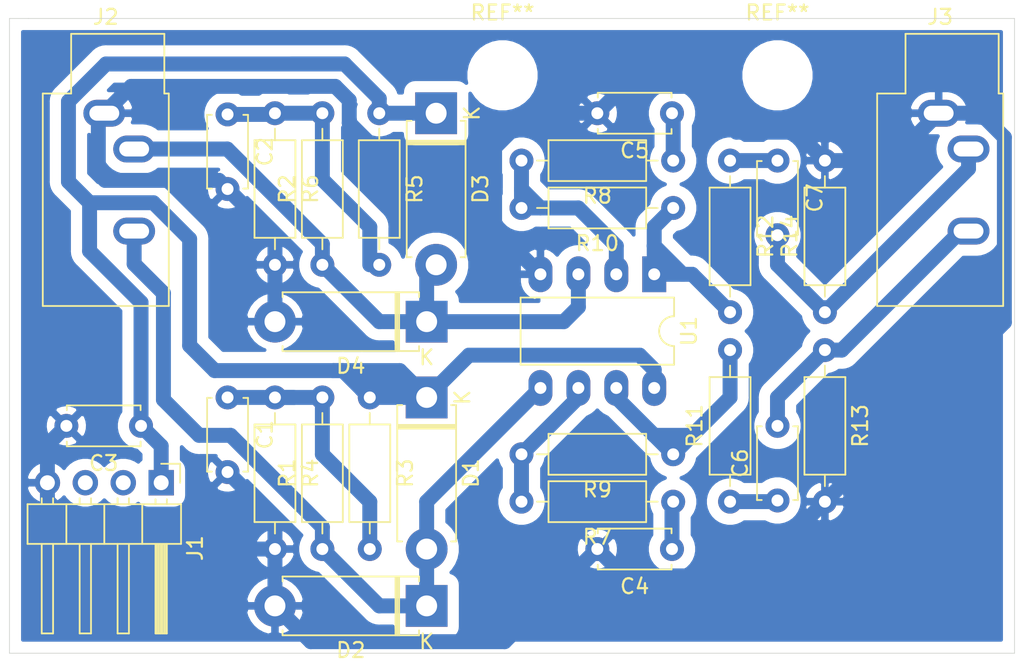
<source format=kicad_pcb>
(kicad_pcb (version 20171130) (host pcbnew 5.1.10)

  (general
    (thickness 1.6)
    (drawings 5)
    (tracks 151)
    (zones 0)
    (modules 31)
    (nets 19)
  )

  (page A4)
  (layers
    (0 F.Cu signal)
    (31 B.Cu signal)
    (32 B.Adhes user)
    (33 F.Adhes user)
    (34 B.Paste user)
    (35 F.Paste user)
    (36 B.SilkS user)
    (37 F.SilkS user)
    (38 B.Mask user)
    (39 F.Mask user)
    (40 Dwgs.User user)
    (41 Cmts.User user)
    (42 Eco1.User user)
    (43 Eco2.User user)
    (44 Edge.Cuts user)
    (45 Margin user)
    (46 B.CrtYd user)
    (47 F.CrtYd user)
    (48 B.Fab user)
    (49 F.Fab user)
  )

  (setup
    (last_trace_width 1)
    (trace_clearance 0.5)
    (zone_clearance 0.75)
    (zone_45_only yes)
    (trace_min 1)
    (via_size 0.8)
    (via_drill 0.4)
    (via_min_size 0.4)
    (via_min_drill 0.3)
    (uvia_size 0.3)
    (uvia_drill 0.1)
    (uvias_allowed no)
    (uvia_min_size 0.2)
    (uvia_min_drill 0.1)
    (edge_width 0.05)
    (segment_width 0.2)
    (pcb_text_width 0.3)
    (pcb_text_size 1.5 1.5)
    (mod_edge_width 0.12)
    (mod_text_size 1 1)
    (mod_text_width 0.15)
    (pad_size 1.524 1.524)
    (pad_drill 0.762)
    (pad_to_mask_clearance 0)
    (aux_axis_origin 0 0)
    (visible_elements FFFFFF7F)
    (pcbplotparams
      (layerselection 0x00000_fffffffe)
      (usegerberextensions false)
      (usegerberattributes true)
      (usegerberadvancedattributes true)
      (creategerberjobfile true)
      (excludeedgelayer true)
      (linewidth 0.100000)
      (plotframeref false)
      (viasonmask false)
      (mode 1)
      (useauxorigin false)
      (hpglpennumber 1)
      (hpglpenspeed 20)
      (hpglpendiameter 15.000000)
      (psnegative false)
      (psa4output false)
      (plotreference false)
      (plotvalue false)
      (plotinvisibletext false)
      (padsonsilk false)
      (subtractmaskfromsilk false)
      (outputformat 4)
      (mirror false)
      (drillshape 1)
      (scaleselection 1)
      (outputdirectory ""))
  )

  (net 0 "")
  (net 1 "Net-(C1-Pad1)")
  (net 2 GND)
  (net 3 "Net-(C2-Pad1)")
  (net 4 +12V)
  (net 5 "Net-(C4-Pad1)")
  (net 6 "Net-(C5-Pad1)")
  (net 7 ROut)
  (net 8 "Net-(C6-Pad1)")
  (net 9 TOut)
  (net 10 "Net-(C7-Pad1)")
  (net 11 RPiezo)
  (net 12 TPiezo)
  (net 13 "Net-(J1-Pad2)")
  (net 14 "Net-(J1-Pad3)")
  (net 15 "Net-(R7-Pad2)")
  (net 16 "Net-(R10-Pad2)")
  (net 17 "Net-(R11-Pad2)")
  (net 18 "Net-(R10-Pad1)")

  (net_class Default "This is the default net class."
    (clearance 0.5)
    (trace_width 1)
    (via_dia 0.8)
    (via_drill 0.4)
    (uvia_dia 0.3)
    (uvia_drill 0.1)
    (diff_pair_width 1)
    (diff_pair_gap 0.25)
    (add_net +12V)
    (add_net GND)
    (add_net "Net-(C1-Pad1)")
    (add_net "Net-(C2-Pad1)")
    (add_net "Net-(C4-Pad1)")
    (add_net "Net-(C5-Pad1)")
    (add_net "Net-(C6-Pad1)")
    (add_net "Net-(C7-Pad1)")
    (add_net "Net-(J1-Pad2)")
    (add_net "Net-(J1-Pad3)")
    (add_net "Net-(R10-Pad1)")
    (add_net "Net-(R10-Pad2)")
    (add_net "Net-(R11-Pad2)")
    (add_net "Net-(R7-Pad2)")
    (add_net ROut)
    (add_net RPiezo)
    (add_net TOut)
    (add_net TPiezo)
  )

  (module MountingHole:MountingHole_3.2mm_M3 (layer F.Cu) (tedit 56D1B4CB) (tstamp 613FBA45)
    (at 78.105 13.97)
    (descr "Mounting Hole 3.2mm, no annular, M3")
    (tags "mounting hole 3.2mm no annular m3")
    (attr virtual)
    (fp_text reference REF** (at 0 -4.2) (layer F.SilkS)
      (effects (font (size 1 1) (thickness 0.15)))
    )
    (fp_text value MountingHole_3.2mm_M3 (at 0 4.2) (layer F.Fab)
      (effects (font (size 1 1) (thickness 0.15)))
    )
    (fp_text user %R (at 0.3 0) (layer F.Fab)
      (effects (font (size 1 1) (thickness 0.15)))
    )
    (fp_circle (center 0 0) (end 3.2 0) (layer Cmts.User) (width 0.15))
    (fp_circle (center 0 0) (end 3.45 0) (layer F.CrtYd) (width 0.05))
    (pad 1 np_thru_hole circle (at 0 0) (size 3.2 3.2) (drill 3.2) (layers *.Cu *.Mask))
  )

  (module MountingHole:MountingHole_3.2mm_M3 (layer F.Cu) (tedit 56D1B4CB) (tstamp 613FBA28)
    (at 59.69 13.97)
    (descr "Mounting Hole 3.2mm, no annular, M3")
    (tags "mounting hole 3.2mm no annular m3")
    (attr virtual)
    (fp_text reference REF** (at 0 -4.2) (layer F.SilkS)
      (effects (font (size 1 1) (thickness 0.15)))
    )
    (fp_text value MountingHole_3.2mm_M3 (at 0 4.2) (layer F.Fab)
      (effects (font (size 1 1) (thickness 0.15)))
    )
    (fp_text user %R (at 0.3 0) (layer F.Fab)
      (effects (font (size 1 1) (thickness 0.15)))
    )
    (fp_circle (center 0 0) (end 3.2 0) (layer Cmts.User) (width 0.15))
    (fp_circle (center 0 0) (end 3.45 0) (layer F.CrtYd) (width 0.05))
    (pad 1 np_thru_hole circle (at 0 0) (size 3.2 3.2) (drill 3.2) (layers *.Cu *.Mask))
  )

  (module Capacitor_THT:C_Disc_D4.7mm_W2.5mm_P5.00mm (layer F.Cu) (tedit 5AE50EF0) (tstamp 613FA4D2)
    (at 41.275 35.56 270)
    (descr "C, Disc series, Radial, pin pitch=5.00mm, , diameter*width=4.7*2.5mm^2, Capacitor, http://www.vishay.com/docs/45233/krseries.pdf")
    (tags "C Disc series Radial pin pitch 5.00mm  diameter 4.7mm width 2.5mm Capacitor")
    (path /613F54B1)
    (fp_text reference C1 (at 2.5 -2.5 90) (layer F.SilkS)
      (effects (font (size 1 1) (thickness 0.15)))
    )
    (fp_text value 10uF (at 2.5 2.5 90) (layer F.Fab)
      (effects (font (size 1 1) (thickness 0.15)))
    )
    (fp_line (start 0.15 -1.25) (end 0.15 1.25) (layer F.Fab) (width 0.1))
    (fp_line (start 0.15 1.25) (end 4.85 1.25) (layer F.Fab) (width 0.1))
    (fp_line (start 4.85 1.25) (end 4.85 -1.25) (layer F.Fab) (width 0.1))
    (fp_line (start 4.85 -1.25) (end 0.15 -1.25) (layer F.Fab) (width 0.1))
    (fp_line (start 0.03 -1.37) (end 4.97 -1.37) (layer F.SilkS) (width 0.12))
    (fp_line (start 0.03 1.37) (end 4.97 1.37) (layer F.SilkS) (width 0.12))
    (fp_line (start 0.03 -1.37) (end 0.03 -1.055) (layer F.SilkS) (width 0.12))
    (fp_line (start 0.03 1.055) (end 0.03 1.37) (layer F.SilkS) (width 0.12))
    (fp_line (start 4.97 -1.37) (end 4.97 -1.055) (layer F.SilkS) (width 0.12))
    (fp_line (start 4.97 1.055) (end 4.97 1.37) (layer F.SilkS) (width 0.12))
    (fp_line (start -1.05 -1.5) (end -1.05 1.5) (layer F.CrtYd) (width 0.05))
    (fp_line (start -1.05 1.5) (end 6.05 1.5) (layer F.CrtYd) (width 0.05))
    (fp_line (start 6.05 1.5) (end 6.05 -1.5) (layer F.CrtYd) (width 0.05))
    (fp_line (start 6.05 -1.5) (end -1.05 -1.5) (layer F.CrtYd) (width 0.05))
    (fp_text user %R (at 2.5 0 90) (layer F.Fab)
      (effects (font (size 0.94 0.94) (thickness 0.141)))
    )
    (pad 1 thru_hole circle (at 0 0 270) (size 1.6 1.6) (drill 0.8) (layers *.Cu *.Mask)
      (net 1 "Net-(C1-Pad1)"))
    (pad 2 thru_hole circle (at 5 0 270) (size 1.6 1.6) (drill 0.8) (layers *.Cu *.Mask)
      (net 2 GND))
    (model ${KISYS3DMOD}/Capacitor_THT.3dshapes/C_Disc_D4.7mm_W2.5mm_P5.00mm.wrl
      (at (xyz 0 0 0))
      (scale (xyz 1 1 1))
      (rotate (xyz 0 0 0))
    )
  )

  (module Capacitor_THT:C_Disc_D4.7mm_W2.5mm_P5.00mm (layer F.Cu) (tedit 5AE50EF0) (tstamp 613FAB78)
    (at 41.275 16.59 270)
    (descr "C, Disc series, Radial, pin pitch=5.00mm, , diameter*width=4.7*2.5mm^2, Capacitor, http://www.vishay.com/docs/45233/krseries.pdf")
    (tags "C Disc series Radial pin pitch 5.00mm  diameter 4.7mm width 2.5mm Capacitor")
    (path /61415147)
    (fp_text reference C2 (at 2.5 -2.5 90) (layer F.SilkS)
      (effects (font (size 1 1) (thickness 0.15)))
    )
    (fp_text value 10uF (at 2.5 2.5 90) (layer F.Fab)
      (effects (font (size 1 1) (thickness 0.15)))
    )
    (fp_line (start 0.15 -1.25) (end 0.15 1.25) (layer F.Fab) (width 0.1))
    (fp_line (start 0.15 1.25) (end 4.85 1.25) (layer F.Fab) (width 0.1))
    (fp_line (start 4.85 1.25) (end 4.85 -1.25) (layer F.Fab) (width 0.1))
    (fp_line (start 4.85 -1.25) (end 0.15 -1.25) (layer F.Fab) (width 0.1))
    (fp_line (start 0.03 -1.37) (end 4.97 -1.37) (layer F.SilkS) (width 0.12))
    (fp_line (start 0.03 1.37) (end 4.97 1.37) (layer F.SilkS) (width 0.12))
    (fp_line (start 0.03 -1.37) (end 0.03 -1.055) (layer F.SilkS) (width 0.12))
    (fp_line (start 0.03 1.055) (end 0.03 1.37) (layer F.SilkS) (width 0.12))
    (fp_line (start 4.97 -1.37) (end 4.97 -1.055) (layer F.SilkS) (width 0.12))
    (fp_line (start 4.97 1.055) (end 4.97 1.37) (layer F.SilkS) (width 0.12))
    (fp_line (start -1.05 -1.5) (end -1.05 1.5) (layer F.CrtYd) (width 0.05))
    (fp_line (start -1.05 1.5) (end 6.05 1.5) (layer F.CrtYd) (width 0.05))
    (fp_line (start 6.05 1.5) (end 6.05 -1.5) (layer F.CrtYd) (width 0.05))
    (fp_line (start 6.05 -1.5) (end -1.05 -1.5) (layer F.CrtYd) (width 0.05))
    (fp_text user %R (at 2.5 0 90) (layer F.Fab)
      (effects (font (size 0.94 0.94) (thickness 0.141)))
    )
    (pad 1 thru_hole circle (at 0 0 270) (size 1.6 1.6) (drill 0.8) (layers *.Cu *.Mask)
      (net 3 "Net-(C2-Pad1)"))
    (pad 2 thru_hole circle (at 5 0 270) (size 1.6 1.6) (drill 0.8) (layers *.Cu *.Mask)
      (net 2 GND))
    (model ${KISYS3DMOD}/Capacitor_THT.3dshapes/C_Disc_D4.7mm_W2.5mm_P5.00mm.wrl
      (at (xyz 0 0 0))
      (scale (xyz 1 1 1))
      (rotate (xyz 0 0 0))
    )
  )

  (module Capacitor_THT:C_Disc_D4.7mm_W2.5mm_P5.00mm (layer F.Cu) (tedit 5AE50EF0) (tstamp 613F8CE6)
    (at 35.48 37.465 180)
    (descr "C, Disc series, Radial, pin pitch=5.00mm, , diameter*width=4.7*2.5mm^2, Capacitor, http://www.vishay.com/docs/45233/krseries.pdf")
    (tags "C Disc series Radial pin pitch 5.00mm  diameter 4.7mm width 2.5mm Capacitor")
    (path /6142C93F)
    (fp_text reference C3 (at 2.5 -2.5) (layer F.SilkS)
      (effects (font (size 1 1) (thickness 0.15)))
    )
    (fp_text value 47uF (at 2.5 2.5) (layer F.Fab)
      (effects (font (size 1 1) (thickness 0.15)))
    )
    (fp_line (start 0.15 -1.25) (end 0.15 1.25) (layer F.Fab) (width 0.1))
    (fp_line (start 0.15 1.25) (end 4.85 1.25) (layer F.Fab) (width 0.1))
    (fp_line (start 4.85 1.25) (end 4.85 -1.25) (layer F.Fab) (width 0.1))
    (fp_line (start 4.85 -1.25) (end 0.15 -1.25) (layer F.Fab) (width 0.1))
    (fp_line (start 0.03 -1.37) (end 4.97 -1.37) (layer F.SilkS) (width 0.12))
    (fp_line (start 0.03 1.37) (end 4.97 1.37) (layer F.SilkS) (width 0.12))
    (fp_line (start 0.03 -1.37) (end 0.03 -1.055) (layer F.SilkS) (width 0.12))
    (fp_line (start 0.03 1.055) (end 0.03 1.37) (layer F.SilkS) (width 0.12))
    (fp_line (start 4.97 -1.37) (end 4.97 -1.055) (layer F.SilkS) (width 0.12))
    (fp_line (start 4.97 1.055) (end 4.97 1.37) (layer F.SilkS) (width 0.12))
    (fp_line (start -1.05 -1.5) (end -1.05 1.5) (layer F.CrtYd) (width 0.05))
    (fp_line (start -1.05 1.5) (end 6.05 1.5) (layer F.CrtYd) (width 0.05))
    (fp_line (start 6.05 1.5) (end 6.05 -1.5) (layer F.CrtYd) (width 0.05))
    (fp_line (start 6.05 -1.5) (end -1.05 -1.5) (layer F.CrtYd) (width 0.05))
    (fp_text user %R (at 2.5 0) (layer F.Fab)
      (effects (font (size 0.94 0.94) (thickness 0.141)))
    )
    (pad 1 thru_hole circle (at 0 0 180) (size 1.6 1.6) (drill 0.8) (layers *.Cu *.Mask)
      (net 4 +12V))
    (pad 2 thru_hole circle (at 5 0 180) (size 1.6 1.6) (drill 0.8) (layers *.Cu *.Mask)
      (net 2 GND))
    (model ${KISYS3DMOD}/Capacitor_THT.3dshapes/C_Disc_D4.7mm_W2.5mm_P5.00mm.wrl
      (at (xyz 0 0 0))
      (scale (xyz 1 1 1))
      (rotate (xyz 0 0 0))
    )
  )

  (module Capacitor_THT:C_Disc_D4.7mm_W2.5mm_P5.00mm (layer F.Cu) (tedit 5AE50EF0) (tstamp 613F8CFB)
    (at 71.04 45.72 180)
    (descr "C, Disc series, Radial, pin pitch=5.00mm, , diameter*width=4.7*2.5mm^2, Capacitor, http://www.vishay.com/docs/45233/krseries.pdf")
    (tags "C Disc series Radial pin pitch 5.00mm  diameter 4.7mm width 2.5mm Capacitor")
    (path /613FF196)
    (fp_text reference C4 (at 2.5 -2.5) (layer F.SilkS)
      (effects (font (size 1 1) (thickness 0.15)))
    )
    (fp_text value 47uF (at 2.5 2.5) (layer F.Fab)
      (effects (font (size 1 1) (thickness 0.15)))
    )
    (fp_line (start 0.15 -1.25) (end 0.15 1.25) (layer F.Fab) (width 0.1))
    (fp_line (start 0.15 1.25) (end 4.85 1.25) (layer F.Fab) (width 0.1))
    (fp_line (start 4.85 1.25) (end 4.85 -1.25) (layer F.Fab) (width 0.1))
    (fp_line (start 4.85 -1.25) (end 0.15 -1.25) (layer F.Fab) (width 0.1))
    (fp_line (start 0.03 -1.37) (end 4.97 -1.37) (layer F.SilkS) (width 0.12))
    (fp_line (start 0.03 1.37) (end 4.97 1.37) (layer F.SilkS) (width 0.12))
    (fp_line (start 0.03 -1.37) (end 0.03 -1.055) (layer F.SilkS) (width 0.12))
    (fp_line (start 0.03 1.055) (end 0.03 1.37) (layer F.SilkS) (width 0.12))
    (fp_line (start 4.97 -1.37) (end 4.97 -1.055) (layer F.SilkS) (width 0.12))
    (fp_line (start 4.97 1.055) (end 4.97 1.37) (layer F.SilkS) (width 0.12))
    (fp_line (start -1.05 -1.5) (end -1.05 1.5) (layer F.CrtYd) (width 0.05))
    (fp_line (start -1.05 1.5) (end 6.05 1.5) (layer F.CrtYd) (width 0.05))
    (fp_line (start 6.05 1.5) (end 6.05 -1.5) (layer F.CrtYd) (width 0.05))
    (fp_line (start 6.05 -1.5) (end -1.05 -1.5) (layer F.CrtYd) (width 0.05))
    (fp_text user %R (at 2.5 0) (layer F.Fab)
      (effects (font (size 0.94 0.94) (thickness 0.141)))
    )
    (pad 1 thru_hole circle (at 0 0 180) (size 1.6 1.6) (drill 0.8) (layers *.Cu *.Mask)
      (net 5 "Net-(C4-Pad1)"))
    (pad 2 thru_hole circle (at 5 0 180) (size 1.6 1.6) (drill 0.8) (layers *.Cu *.Mask)
      (net 2 GND))
    (model ${KISYS3DMOD}/Capacitor_THT.3dshapes/C_Disc_D4.7mm_W2.5mm_P5.00mm.wrl
      (at (xyz 0 0 0))
      (scale (xyz 1 1 1))
      (rotate (xyz 0 0 0))
    )
  )

  (module Capacitor_THT:C_Disc_D4.7mm_W2.5mm_P5.00mm (layer F.Cu) (tedit 5AE50EF0) (tstamp 613FB03D)
    (at 71.04 16.51 180)
    (descr "C, Disc series, Radial, pin pitch=5.00mm, , diameter*width=4.7*2.5mm^2, Capacitor, http://www.vishay.com/docs/45233/krseries.pdf")
    (tags "C Disc series Radial pin pitch 5.00mm  diameter 4.7mm width 2.5mm Capacitor")
    (path /61415167)
    (fp_text reference C5 (at 2.5 -2.5) (layer F.SilkS)
      (effects (font (size 1 1) (thickness 0.15)))
    )
    (fp_text value 47uF (at 2.5 2.5) (layer F.Fab)
      (effects (font (size 1 1) (thickness 0.15)))
    )
    (fp_line (start 6.05 -1.5) (end -1.05 -1.5) (layer F.CrtYd) (width 0.05))
    (fp_line (start 6.05 1.5) (end 6.05 -1.5) (layer F.CrtYd) (width 0.05))
    (fp_line (start -1.05 1.5) (end 6.05 1.5) (layer F.CrtYd) (width 0.05))
    (fp_line (start -1.05 -1.5) (end -1.05 1.5) (layer F.CrtYd) (width 0.05))
    (fp_line (start 4.97 1.055) (end 4.97 1.37) (layer F.SilkS) (width 0.12))
    (fp_line (start 4.97 -1.37) (end 4.97 -1.055) (layer F.SilkS) (width 0.12))
    (fp_line (start 0.03 1.055) (end 0.03 1.37) (layer F.SilkS) (width 0.12))
    (fp_line (start 0.03 -1.37) (end 0.03 -1.055) (layer F.SilkS) (width 0.12))
    (fp_line (start 0.03 1.37) (end 4.97 1.37) (layer F.SilkS) (width 0.12))
    (fp_line (start 0.03 -1.37) (end 4.97 -1.37) (layer F.SilkS) (width 0.12))
    (fp_line (start 4.85 -1.25) (end 0.15 -1.25) (layer F.Fab) (width 0.1))
    (fp_line (start 4.85 1.25) (end 4.85 -1.25) (layer F.Fab) (width 0.1))
    (fp_line (start 0.15 1.25) (end 4.85 1.25) (layer F.Fab) (width 0.1))
    (fp_line (start 0.15 -1.25) (end 0.15 1.25) (layer F.Fab) (width 0.1))
    (fp_text user %R (at 2.5 0) (layer F.Fab)
      (effects (font (size 0.94 0.94) (thickness 0.141)))
    )
    (pad 2 thru_hole circle (at 5 0 180) (size 1.6 1.6) (drill 0.8) (layers *.Cu *.Mask)
      (net 2 GND))
    (pad 1 thru_hole circle (at 0 0 180) (size 1.6 1.6) (drill 0.8) (layers *.Cu *.Mask)
      (net 6 "Net-(C5-Pad1)"))
    (model ${KISYS3DMOD}/Capacitor_THT.3dshapes/C_Disc_D4.7mm_W2.5mm_P5.00mm.wrl
      (at (xyz 0 0 0))
      (scale (xyz 1 1 1))
      (rotate (xyz 0 0 0))
    )
  )

  (module Capacitor_THT:C_Disc_D4.7mm_W2.5mm_P5.00mm (layer F.Cu) (tedit 5AE50EF0) (tstamp 613F8D25)
    (at 78.105 42.465 90)
    (descr "C, Disc series, Radial, pin pitch=5.00mm, , diameter*width=4.7*2.5mm^2, Capacitor, http://www.vishay.com/docs/45233/krseries.pdf")
    (tags "C Disc series Radial pin pitch 5.00mm  diameter 4.7mm width 2.5mm Capacitor")
    (path /61407140)
    (fp_text reference C6 (at 2.5 -2.5 90) (layer F.SilkS)
      (effects (font (size 1 1) (thickness 0.15)))
    )
    (fp_text value 10uF (at 2.5 2.5 90) (layer F.Fab)
      (effects (font (size 1 1) (thickness 0.15)))
    )
    (fp_line (start 6.05 -1.5) (end -1.05 -1.5) (layer F.CrtYd) (width 0.05))
    (fp_line (start 6.05 1.5) (end 6.05 -1.5) (layer F.CrtYd) (width 0.05))
    (fp_line (start -1.05 1.5) (end 6.05 1.5) (layer F.CrtYd) (width 0.05))
    (fp_line (start -1.05 -1.5) (end -1.05 1.5) (layer F.CrtYd) (width 0.05))
    (fp_line (start 4.97 1.055) (end 4.97 1.37) (layer F.SilkS) (width 0.12))
    (fp_line (start 4.97 -1.37) (end 4.97 -1.055) (layer F.SilkS) (width 0.12))
    (fp_line (start 0.03 1.055) (end 0.03 1.37) (layer F.SilkS) (width 0.12))
    (fp_line (start 0.03 -1.37) (end 0.03 -1.055) (layer F.SilkS) (width 0.12))
    (fp_line (start 0.03 1.37) (end 4.97 1.37) (layer F.SilkS) (width 0.12))
    (fp_line (start 0.03 -1.37) (end 4.97 -1.37) (layer F.SilkS) (width 0.12))
    (fp_line (start 4.85 -1.25) (end 0.15 -1.25) (layer F.Fab) (width 0.1))
    (fp_line (start 4.85 1.25) (end 4.85 -1.25) (layer F.Fab) (width 0.1))
    (fp_line (start 0.15 1.25) (end 4.85 1.25) (layer F.Fab) (width 0.1))
    (fp_line (start 0.15 -1.25) (end 0.15 1.25) (layer F.Fab) (width 0.1))
    (fp_text user %R (at 2.5 0 90) (layer F.Fab)
      (effects (font (size 0.94 0.94) (thickness 0.141)))
    )
    (pad 2 thru_hole circle (at 5 0 90) (size 1.6 1.6) (drill 0.8) (layers *.Cu *.Mask)
      (net 7 ROut))
    (pad 1 thru_hole circle (at 0 0 90) (size 1.6 1.6) (drill 0.8) (layers *.Cu *.Mask)
      (net 8 "Net-(C6-Pad1)"))
    (model ${KISYS3DMOD}/Capacitor_THT.3dshapes/C_Disc_D4.7mm_W2.5mm_P5.00mm.wrl
      (at (xyz 0 0 0))
      (scale (xyz 1 1 1))
      (rotate (xyz 0 0 0))
    )
  )

  (module Capacitor_THT:C_Disc_D4.7mm_W2.5mm_P5.00mm (layer F.Cu) (tedit 5AE50EF0) (tstamp 613F8D3A)
    (at 78.105 19.685 270)
    (descr "C, Disc series, Radial, pin pitch=5.00mm, , diameter*width=4.7*2.5mm^2, Capacitor, http://www.vishay.com/docs/45233/krseries.pdf")
    (tags "C Disc series Radial pin pitch 5.00mm  diameter 4.7mm width 2.5mm Capacitor")
    (path /61415180)
    (fp_text reference C7 (at 2.5 -2.5 90) (layer F.SilkS)
      (effects (font (size 1 1) (thickness 0.15)))
    )
    (fp_text value 10uF (at 2.5 2.5 90) (layer F.Fab)
      (effects (font (size 1 1) (thickness 0.15)))
    )
    (fp_line (start 6.05 -1.5) (end -1.05 -1.5) (layer F.CrtYd) (width 0.05))
    (fp_line (start 6.05 1.5) (end 6.05 -1.5) (layer F.CrtYd) (width 0.05))
    (fp_line (start -1.05 1.5) (end 6.05 1.5) (layer F.CrtYd) (width 0.05))
    (fp_line (start -1.05 -1.5) (end -1.05 1.5) (layer F.CrtYd) (width 0.05))
    (fp_line (start 4.97 1.055) (end 4.97 1.37) (layer F.SilkS) (width 0.12))
    (fp_line (start 4.97 -1.37) (end 4.97 -1.055) (layer F.SilkS) (width 0.12))
    (fp_line (start 0.03 1.055) (end 0.03 1.37) (layer F.SilkS) (width 0.12))
    (fp_line (start 0.03 -1.37) (end 0.03 -1.055) (layer F.SilkS) (width 0.12))
    (fp_line (start 0.03 1.37) (end 4.97 1.37) (layer F.SilkS) (width 0.12))
    (fp_line (start 0.03 -1.37) (end 4.97 -1.37) (layer F.SilkS) (width 0.12))
    (fp_line (start 4.85 -1.25) (end 0.15 -1.25) (layer F.Fab) (width 0.1))
    (fp_line (start 4.85 1.25) (end 4.85 -1.25) (layer F.Fab) (width 0.1))
    (fp_line (start 0.15 1.25) (end 4.85 1.25) (layer F.Fab) (width 0.1))
    (fp_line (start 0.15 -1.25) (end 0.15 1.25) (layer F.Fab) (width 0.1))
    (fp_text user %R (at 2.5 0 90) (layer F.Fab)
      (effects (font (size 0.94 0.94) (thickness 0.141)))
    )
    (pad 2 thru_hole circle (at 5 0 270) (size 1.6 1.6) (drill 0.8) (layers *.Cu *.Mask)
      (net 9 TOut))
    (pad 1 thru_hole circle (at 0 0 270) (size 1.6 1.6) (drill 0.8) (layers *.Cu *.Mask)
      (net 10 "Net-(C7-Pad1)"))
    (model ${KISYS3DMOD}/Capacitor_THT.3dshapes/C_Disc_D4.7mm_W2.5mm_P5.00mm.wrl
      (at (xyz 0 0 0))
      (scale (xyz 1 1 1))
      (rotate (xyz 0 0 0))
    )
  )

  (module Diode_THT:D_5W_P10.16mm_Horizontal (layer F.Cu) (tedit 5AE50CD5) (tstamp 613FA066)
    (at 54.61 35.56 270)
    (descr "Diode, 5W series, Axial, Horizontal, pin pitch=10.16mm, , length*diameter=8.9*3.7mm^2, , http://www.diodes.com/_files/packages/8686949.gif")
    (tags "Diode 5W series Axial Horizontal pin pitch 10.16mm  length 8.9mm diameter 3.7mm")
    (path /613F2405)
    (fp_text reference D1 (at 5.08 -2.97 90) (layer F.SilkS)
      (effects (font (size 1 1) (thickness 0.15)))
    )
    (fp_text value D (at 5.08 2.97 90) (layer F.Fab)
      (effects (font (size 1 1) (thickness 0.15)))
    )
    (fp_line (start 11.81 -2.1) (end -1.65 -2.1) (layer F.CrtYd) (width 0.05))
    (fp_line (start 11.81 2.1) (end 11.81 -2.1) (layer F.CrtYd) (width 0.05))
    (fp_line (start -1.65 2.1) (end 11.81 2.1) (layer F.CrtYd) (width 0.05))
    (fp_line (start -1.65 -2.1) (end -1.65 2.1) (layer F.CrtYd) (width 0.05))
    (fp_line (start 1.845 -1.97) (end 1.845 1.97) (layer F.SilkS) (width 0.12))
    (fp_line (start 2.085 -1.97) (end 2.085 1.97) (layer F.SilkS) (width 0.12))
    (fp_line (start 1.965 -1.97) (end 1.965 1.97) (layer F.SilkS) (width 0.12))
    (fp_line (start 9.65 1.97) (end 9.65 1.64) (layer F.SilkS) (width 0.12))
    (fp_line (start 0.51 1.97) (end 9.65 1.97) (layer F.SilkS) (width 0.12))
    (fp_line (start 0.51 1.64) (end 0.51 1.97) (layer F.SilkS) (width 0.12))
    (fp_line (start 9.65 -1.97) (end 9.65 -1.64) (layer F.SilkS) (width 0.12))
    (fp_line (start 0.51 -1.97) (end 9.65 -1.97) (layer F.SilkS) (width 0.12))
    (fp_line (start 0.51 -1.64) (end 0.51 -1.97) (layer F.SilkS) (width 0.12))
    (fp_line (start 1.865 -1.85) (end 1.865 1.85) (layer F.Fab) (width 0.1))
    (fp_line (start 2.065 -1.85) (end 2.065 1.85) (layer F.Fab) (width 0.1))
    (fp_line (start 1.965 -1.85) (end 1.965 1.85) (layer F.Fab) (width 0.1))
    (fp_line (start 10.16 0) (end 9.53 0) (layer F.Fab) (width 0.1))
    (fp_line (start 0 0) (end 0.63 0) (layer F.Fab) (width 0.1))
    (fp_line (start 9.53 -1.85) (end 0.63 -1.85) (layer F.Fab) (width 0.1))
    (fp_line (start 9.53 1.85) (end 9.53 -1.85) (layer F.Fab) (width 0.1))
    (fp_line (start 0.63 1.85) (end 9.53 1.85) (layer F.Fab) (width 0.1))
    (fp_line (start 0.63 -1.85) (end 0.63 1.85) (layer F.Fab) (width 0.1))
    (fp_text user K (at 0 -2.4 90) (layer F.SilkS)
      (effects (font (size 1 1) (thickness 0.15)))
    )
    (fp_text user K (at 0 -2.4 90) (layer F.Fab)
      (effects (font (size 1 1) (thickness 0.15)))
    )
    (fp_text user %R (at 5.7475 0 90) (layer F.Fab)
      (effects (font (size 1 1) (thickness 0.15)))
    )
    (pad 2 thru_hole oval (at 10.16 0 270) (size 2.8 2.8) (drill 1.4) (layers *.Cu *.Mask)
      (net 11 RPiezo))
    (pad 1 thru_hole rect (at 0 0 270) (size 2.8 2.8) (drill 1.4) (layers *.Cu *.Mask)
      (net 4 +12V))
    (model ${KISYS3DMOD}/Diode_THT.3dshapes/D_5W_P10.16mm_Horizontal.wrl
      (at (xyz 0 0 0))
      (scale (xyz 1 1 1))
      (rotate (xyz 0 0 0))
    )
  )

  (module Diode_THT:D_5W_P10.16mm_Horizontal (layer F.Cu) (tedit 5AE50CD5) (tstamp 613FA11B)
    (at 54.61 49.53 180)
    (descr "Diode, 5W series, Axial, Horizontal, pin pitch=10.16mm, , length*diameter=8.9*3.7mm^2, , http://www.diodes.com/_files/packages/8686949.gif")
    (tags "Diode 5W series Axial Horizontal pin pitch 10.16mm  length 8.9mm diameter 3.7mm")
    (path /613F26C5)
    (fp_text reference D2 (at 5.08 -2.97) (layer F.SilkS)
      (effects (font (size 1 1) (thickness 0.15)))
    )
    (fp_text value D (at 5.08 2.97) (layer F.Fab)
      (effects (font (size 1 1) (thickness 0.15)))
    )
    (fp_line (start 0.63 -1.85) (end 0.63 1.85) (layer F.Fab) (width 0.1))
    (fp_line (start 0.63 1.85) (end 9.53 1.85) (layer F.Fab) (width 0.1))
    (fp_line (start 9.53 1.85) (end 9.53 -1.85) (layer F.Fab) (width 0.1))
    (fp_line (start 9.53 -1.85) (end 0.63 -1.85) (layer F.Fab) (width 0.1))
    (fp_line (start 0 0) (end 0.63 0) (layer F.Fab) (width 0.1))
    (fp_line (start 10.16 0) (end 9.53 0) (layer F.Fab) (width 0.1))
    (fp_line (start 1.965 -1.85) (end 1.965 1.85) (layer F.Fab) (width 0.1))
    (fp_line (start 2.065 -1.85) (end 2.065 1.85) (layer F.Fab) (width 0.1))
    (fp_line (start 1.865 -1.85) (end 1.865 1.85) (layer F.Fab) (width 0.1))
    (fp_line (start 0.51 -1.64) (end 0.51 -1.97) (layer F.SilkS) (width 0.12))
    (fp_line (start 0.51 -1.97) (end 9.65 -1.97) (layer F.SilkS) (width 0.12))
    (fp_line (start 9.65 -1.97) (end 9.65 -1.64) (layer F.SilkS) (width 0.12))
    (fp_line (start 0.51 1.64) (end 0.51 1.97) (layer F.SilkS) (width 0.12))
    (fp_line (start 0.51 1.97) (end 9.65 1.97) (layer F.SilkS) (width 0.12))
    (fp_line (start 9.65 1.97) (end 9.65 1.64) (layer F.SilkS) (width 0.12))
    (fp_line (start 1.965 -1.97) (end 1.965 1.97) (layer F.SilkS) (width 0.12))
    (fp_line (start 2.085 -1.97) (end 2.085 1.97) (layer F.SilkS) (width 0.12))
    (fp_line (start 1.845 -1.97) (end 1.845 1.97) (layer F.SilkS) (width 0.12))
    (fp_line (start -1.65 -2.1) (end -1.65 2.1) (layer F.CrtYd) (width 0.05))
    (fp_line (start -1.65 2.1) (end 11.81 2.1) (layer F.CrtYd) (width 0.05))
    (fp_line (start 11.81 2.1) (end 11.81 -2.1) (layer F.CrtYd) (width 0.05))
    (fp_line (start 11.81 -2.1) (end -1.65 -2.1) (layer F.CrtYd) (width 0.05))
    (fp_text user %R (at 5.7475 0) (layer F.Fab)
      (effects (font (size 1 1) (thickness 0.15)))
    )
    (fp_text user K (at 0 -2.4) (layer F.Fab)
      (effects (font (size 1 1) (thickness 0.15)))
    )
    (fp_text user K (at 0 -2.4) (layer F.SilkS)
      (effects (font (size 1 1) (thickness 0.15)))
    )
    (pad 1 thru_hole rect (at 0 0 180) (size 2.8 2.8) (drill 1.4) (layers *.Cu *.Mask)
      (net 11 RPiezo))
    (pad 2 thru_hole oval (at 10.16 0 180) (size 2.8 2.8) (drill 1.4) (layers *.Cu *.Mask)
      (net 2 GND))
    (model ${KISYS3DMOD}/Diode_THT.3dshapes/D_5W_P10.16mm_Horizontal.wrl
      (at (xyz 0 0 0))
      (scale (xyz 1 1 1))
      (rotate (xyz 0 0 0))
    )
  )

  (module Diode_THT:D_5W_P10.16mm_Horizontal (layer F.Cu) (tedit 5AE50CD5) (tstamp 613FAAE6)
    (at 55.245 16.51 270)
    (descr "Diode, 5W series, Axial, Horizontal, pin pitch=10.16mm, , length*diameter=8.9*3.7mm^2, , http://www.diodes.com/_files/packages/8686949.gif")
    (tags "Diode 5W series Axial Horizontal pin pitch 10.16mm  length 8.9mm diameter 3.7mm")
    (path /61415129)
    (fp_text reference D3 (at 5.08 -2.97 90) (layer F.SilkS)
      (effects (font (size 1 1) (thickness 0.15)))
    )
    (fp_text value D (at 5.08 2.97 90) (layer F.Fab)
      (effects (font (size 1 1) (thickness 0.15)))
    )
    (fp_line (start 0.63 -1.85) (end 0.63 1.85) (layer F.Fab) (width 0.1))
    (fp_line (start 0.63 1.85) (end 9.53 1.85) (layer F.Fab) (width 0.1))
    (fp_line (start 9.53 1.85) (end 9.53 -1.85) (layer F.Fab) (width 0.1))
    (fp_line (start 9.53 -1.85) (end 0.63 -1.85) (layer F.Fab) (width 0.1))
    (fp_line (start 0 0) (end 0.63 0) (layer F.Fab) (width 0.1))
    (fp_line (start 10.16 0) (end 9.53 0) (layer F.Fab) (width 0.1))
    (fp_line (start 1.965 -1.85) (end 1.965 1.85) (layer F.Fab) (width 0.1))
    (fp_line (start 2.065 -1.85) (end 2.065 1.85) (layer F.Fab) (width 0.1))
    (fp_line (start 1.865 -1.85) (end 1.865 1.85) (layer F.Fab) (width 0.1))
    (fp_line (start 0.51 -1.64) (end 0.51 -1.97) (layer F.SilkS) (width 0.12))
    (fp_line (start 0.51 -1.97) (end 9.65 -1.97) (layer F.SilkS) (width 0.12))
    (fp_line (start 9.65 -1.97) (end 9.65 -1.64) (layer F.SilkS) (width 0.12))
    (fp_line (start 0.51 1.64) (end 0.51 1.97) (layer F.SilkS) (width 0.12))
    (fp_line (start 0.51 1.97) (end 9.65 1.97) (layer F.SilkS) (width 0.12))
    (fp_line (start 9.65 1.97) (end 9.65 1.64) (layer F.SilkS) (width 0.12))
    (fp_line (start 1.965 -1.97) (end 1.965 1.97) (layer F.SilkS) (width 0.12))
    (fp_line (start 2.085 -1.97) (end 2.085 1.97) (layer F.SilkS) (width 0.12))
    (fp_line (start 1.845 -1.97) (end 1.845 1.97) (layer F.SilkS) (width 0.12))
    (fp_line (start -1.65 -2.1) (end -1.65 2.1) (layer F.CrtYd) (width 0.05))
    (fp_line (start -1.65 2.1) (end 11.81 2.1) (layer F.CrtYd) (width 0.05))
    (fp_line (start 11.81 2.1) (end 11.81 -2.1) (layer F.CrtYd) (width 0.05))
    (fp_line (start 11.81 -2.1) (end -1.65 -2.1) (layer F.CrtYd) (width 0.05))
    (fp_text user %R (at 5.7475 0 90) (layer F.Fab)
      (effects (font (size 1 1) (thickness 0.15)))
    )
    (fp_text user K (at 0 -2.4 90) (layer F.Fab)
      (effects (font (size 1 1) (thickness 0.15)))
    )
    (fp_text user K (at 0 -2.4 90) (layer F.SilkS)
      (effects (font (size 1 1) (thickness 0.15)))
    )
    (pad 1 thru_hole rect (at 0 0 270) (size 2.8 2.8) (drill 1.4) (layers *.Cu *.Mask)
      (net 4 +12V))
    (pad 2 thru_hole oval (at 10.16 0 270) (size 2.8 2.8) (drill 1.4) (layers *.Cu *.Mask)
      (net 12 TPiezo))
    (model ${KISYS3DMOD}/Diode_THT.3dshapes/D_5W_P10.16mm_Horizontal.wrl
      (at (xyz 0 0 0))
      (scale (xyz 1 1 1))
      (rotate (xyz 0 0 0))
    )
  )

  (module Diode_THT:D_5W_P10.16mm_Horizontal (layer F.Cu) (tedit 5AE50CD5) (tstamp 613F8DB6)
    (at 54.61 30.48 180)
    (descr "Diode, 5W series, Axial, Horizontal, pin pitch=10.16mm, , length*diameter=8.9*3.7mm^2, , http://www.diodes.com/_files/packages/8686949.gif")
    (tags "Diode 5W series Axial Horizontal pin pitch 10.16mm  length 8.9mm diameter 3.7mm")
    (path /6141512F)
    (fp_text reference D4 (at 5.08 -2.97) (layer F.SilkS)
      (effects (font (size 1 1) (thickness 0.15)))
    )
    (fp_text value D (at 5.08 2.97) (layer F.Fab)
      (effects (font (size 1 1) (thickness 0.15)))
    )
    (fp_line (start 11.81 -2.1) (end -1.65 -2.1) (layer F.CrtYd) (width 0.05))
    (fp_line (start 11.81 2.1) (end 11.81 -2.1) (layer F.CrtYd) (width 0.05))
    (fp_line (start -1.65 2.1) (end 11.81 2.1) (layer F.CrtYd) (width 0.05))
    (fp_line (start -1.65 -2.1) (end -1.65 2.1) (layer F.CrtYd) (width 0.05))
    (fp_line (start 1.845 -1.97) (end 1.845 1.97) (layer F.SilkS) (width 0.12))
    (fp_line (start 2.085 -1.97) (end 2.085 1.97) (layer F.SilkS) (width 0.12))
    (fp_line (start 1.965 -1.97) (end 1.965 1.97) (layer F.SilkS) (width 0.12))
    (fp_line (start 9.65 1.97) (end 9.65 1.64) (layer F.SilkS) (width 0.12))
    (fp_line (start 0.51 1.97) (end 9.65 1.97) (layer F.SilkS) (width 0.12))
    (fp_line (start 0.51 1.64) (end 0.51 1.97) (layer F.SilkS) (width 0.12))
    (fp_line (start 9.65 -1.97) (end 9.65 -1.64) (layer F.SilkS) (width 0.12))
    (fp_line (start 0.51 -1.97) (end 9.65 -1.97) (layer F.SilkS) (width 0.12))
    (fp_line (start 0.51 -1.64) (end 0.51 -1.97) (layer F.SilkS) (width 0.12))
    (fp_line (start 1.865 -1.85) (end 1.865 1.85) (layer F.Fab) (width 0.1))
    (fp_line (start 2.065 -1.85) (end 2.065 1.85) (layer F.Fab) (width 0.1))
    (fp_line (start 1.965 -1.85) (end 1.965 1.85) (layer F.Fab) (width 0.1))
    (fp_line (start 10.16 0) (end 9.53 0) (layer F.Fab) (width 0.1))
    (fp_line (start 0 0) (end 0.63 0) (layer F.Fab) (width 0.1))
    (fp_line (start 9.53 -1.85) (end 0.63 -1.85) (layer F.Fab) (width 0.1))
    (fp_line (start 9.53 1.85) (end 9.53 -1.85) (layer F.Fab) (width 0.1))
    (fp_line (start 0.63 1.85) (end 9.53 1.85) (layer F.Fab) (width 0.1))
    (fp_line (start 0.63 -1.85) (end 0.63 1.85) (layer F.Fab) (width 0.1))
    (fp_text user K (at 0 -2.4) (layer F.SilkS)
      (effects (font (size 1 1) (thickness 0.15)))
    )
    (fp_text user K (at 0 -2.4) (layer F.Fab)
      (effects (font (size 1 1) (thickness 0.15)))
    )
    (fp_text user %R (at 5.7475 0) (layer F.Fab)
      (effects (font (size 1 1) (thickness 0.15)))
    )
    (pad 2 thru_hole oval (at 10.16 0 180) (size 2.8 2.8) (drill 1.4) (layers *.Cu *.Mask)
      (net 2 GND))
    (pad 1 thru_hole rect (at 0 0 180) (size 2.8 2.8) (drill 1.4) (layers *.Cu *.Mask)
      (net 12 TPiezo))
    (model ${KISYS3DMOD}/Diode_THT.3dshapes/D_5W_P10.16mm_Horizontal.wrl
      (at (xyz 0 0 0))
      (scale (xyz 1 1 1))
      (rotate (xyz 0 0 0))
    )
  )

  (module Connector_PinHeader_2.54mm:PinHeader_1x04_P2.54mm_Horizontal (layer F.Cu) (tedit 59FED5CB) (tstamp 613FB8C5)
    (at 36.83 41.275 270)
    (descr "Through hole angled pin header, 1x04, 2.54mm pitch, 6mm pin length, single row")
    (tags "Through hole angled pin header THT 1x04 2.54mm single row")
    (path /6144ACAB)
    (fp_text reference J1 (at 4.385 -2.27 90) (layer F.SilkS)
      (effects (font (size 1 1) (thickness 0.15)))
    )
    (fp_text value Power (at 4.385 9.89 90) (layer F.Fab)
      (effects (font (size 1 1) (thickness 0.15)))
    )
    (fp_line (start 2.135 -1.27) (end 4.04 -1.27) (layer F.Fab) (width 0.1))
    (fp_line (start 4.04 -1.27) (end 4.04 8.89) (layer F.Fab) (width 0.1))
    (fp_line (start 4.04 8.89) (end 1.5 8.89) (layer F.Fab) (width 0.1))
    (fp_line (start 1.5 8.89) (end 1.5 -0.635) (layer F.Fab) (width 0.1))
    (fp_line (start 1.5 -0.635) (end 2.135 -1.27) (layer F.Fab) (width 0.1))
    (fp_line (start -0.32 -0.32) (end 1.5 -0.32) (layer F.Fab) (width 0.1))
    (fp_line (start -0.32 -0.32) (end -0.32 0.32) (layer F.Fab) (width 0.1))
    (fp_line (start -0.32 0.32) (end 1.5 0.32) (layer F.Fab) (width 0.1))
    (fp_line (start 4.04 -0.32) (end 10.04 -0.32) (layer F.Fab) (width 0.1))
    (fp_line (start 10.04 -0.32) (end 10.04 0.32) (layer F.Fab) (width 0.1))
    (fp_line (start 4.04 0.32) (end 10.04 0.32) (layer F.Fab) (width 0.1))
    (fp_line (start -0.32 2.22) (end 1.5 2.22) (layer F.Fab) (width 0.1))
    (fp_line (start -0.32 2.22) (end -0.32 2.86) (layer F.Fab) (width 0.1))
    (fp_line (start -0.32 2.86) (end 1.5 2.86) (layer F.Fab) (width 0.1))
    (fp_line (start 4.04 2.22) (end 10.04 2.22) (layer F.Fab) (width 0.1))
    (fp_line (start 10.04 2.22) (end 10.04 2.86) (layer F.Fab) (width 0.1))
    (fp_line (start 4.04 2.86) (end 10.04 2.86) (layer F.Fab) (width 0.1))
    (fp_line (start -0.32 4.76) (end 1.5 4.76) (layer F.Fab) (width 0.1))
    (fp_line (start -0.32 4.76) (end -0.32 5.4) (layer F.Fab) (width 0.1))
    (fp_line (start -0.32 5.4) (end 1.5 5.4) (layer F.Fab) (width 0.1))
    (fp_line (start 4.04 4.76) (end 10.04 4.76) (layer F.Fab) (width 0.1))
    (fp_line (start 10.04 4.76) (end 10.04 5.4) (layer F.Fab) (width 0.1))
    (fp_line (start 4.04 5.4) (end 10.04 5.4) (layer F.Fab) (width 0.1))
    (fp_line (start -0.32 7.3) (end 1.5 7.3) (layer F.Fab) (width 0.1))
    (fp_line (start -0.32 7.3) (end -0.32 7.94) (layer F.Fab) (width 0.1))
    (fp_line (start -0.32 7.94) (end 1.5 7.94) (layer F.Fab) (width 0.1))
    (fp_line (start 4.04 7.3) (end 10.04 7.3) (layer F.Fab) (width 0.1))
    (fp_line (start 10.04 7.3) (end 10.04 7.94) (layer F.Fab) (width 0.1))
    (fp_line (start 4.04 7.94) (end 10.04 7.94) (layer F.Fab) (width 0.1))
    (fp_line (start 1.44 -1.33) (end 1.44 8.95) (layer F.SilkS) (width 0.12))
    (fp_line (start 1.44 8.95) (end 4.1 8.95) (layer F.SilkS) (width 0.12))
    (fp_line (start 4.1 8.95) (end 4.1 -1.33) (layer F.SilkS) (width 0.12))
    (fp_line (start 4.1 -1.33) (end 1.44 -1.33) (layer F.SilkS) (width 0.12))
    (fp_line (start 4.1 -0.38) (end 10.1 -0.38) (layer F.SilkS) (width 0.12))
    (fp_line (start 10.1 -0.38) (end 10.1 0.38) (layer F.SilkS) (width 0.12))
    (fp_line (start 10.1 0.38) (end 4.1 0.38) (layer F.SilkS) (width 0.12))
    (fp_line (start 4.1 -0.32) (end 10.1 -0.32) (layer F.SilkS) (width 0.12))
    (fp_line (start 4.1 -0.2) (end 10.1 -0.2) (layer F.SilkS) (width 0.12))
    (fp_line (start 4.1 -0.08) (end 10.1 -0.08) (layer F.SilkS) (width 0.12))
    (fp_line (start 4.1 0.04) (end 10.1 0.04) (layer F.SilkS) (width 0.12))
    (fp_line (start 4.1 0.16) (end 10.1 0.16) (layer F.SilkS) (width 0.12))
    (fp_line (start 4.1 0.28) (end 10.1 0.28) (layer F.SilkS) (width 0.12))
    (fp_line (start 1.11 -0.38) (end 1.44 -0.38) (layer F.SilkS) (width 0.12))
    (fp_line (start 1.11 0.38) (end 1.44 0.38) (layer F.SilkS) (width 0.12))
    (fp_line (start 1.44 1.27) (end 4.1 1.27) (layer F.SilkS) (width 0.12))
    (fp_line (start 4.1 2.16) (end 10.1 2.16) (layer F.SilkS) (width 0.12))
    (fp_line (start 10.1 2.16) (end 10.1 2.92) (layer F.SilkS) (width 0.12))
    (fp_line (start 10.1 2.92) (end 4.1 2.92) (layer F.SilkS) (width 0.12))
    (fp_line (start 1.042929 2.16) (end 1.44 2.16) (layer F.SilkS) (width 0.12))
    (fp_line (start 1.042929 2.92) (end 1.44 2.92) (layer F.SilkS) (width 0.12))
    (fp_line (start 1.44 3.81) (end 4.1 3.81) (layer F.SilkS) (width 0.12))
    (fp_line (start 4.1 4.7) (end 10.1 4.7) (layer F.SilkS) (width 0.12))
    (fp_line (start 10.1 4.7) (end 10.1 5.46) (layer F.SilkS) (width 0.12))
    (fp_line (start 10.1 5.46) (end 4.1 5.46) (layer F.SilkS) (width 0.12))
    (fp_line (start 1.042929 4.7) (end 1.44 4.7) (layer F.SilkS) (width 0.12))
    (fp_line (start 1.042929 5.46) (end 1.44 5.46) (layer F.SilkS) (width 0.12))
    (fp_line (start 1.44 6.35) (end 4.1 6.35) (layer F.SilkS) (width 0.12))
    (fp_line (start 4.1 7.24) (end 10.1 7.24) (layer F.SilkS) (width 0.12))
    (fp_line (start 10.1 7.24) (end 10.1 8) (layer F.SilkS) (width 0.12))
    (fp_line (start 10.1 8) (end 4.1 8) (layer F.SilkS) (width 0.12))
    (fp_line (start 1.042929 7.24) (end 1.44 7.24) (layer F.SilkS) (width 0.12))
    (fp_line (start 1.042929 8) (end 1.44 8) (layer F.SilkS) (width 0.12))
    (fp_line (start -1.27 0) (end -1.27 -1.27) (layer F.SilkS) (width 0.12))
    (fp_line (start -1.27 -1.27) (end 0 -1.27) (layer F.SilkS) (width 0.12))
    (fp_line (start -1.8 -1.8) (end -1.8 9.4) (layer F.CrtYd) (width 0.05))
    (fp_line (start -1.8 9.4) (end 10.55 9.4) (layer F.CrtYd) (width 0.05))
    (fp_line (start 10.55 9.4) (end 10.55 -1.8) (layer F.CrtYd) (width 0.05))
    (fp_line (start 10.55 -1.8) (end -1.8 -1.8) (layer F.CrtYd) (width 0.05))
    (fp_text user %R (at 2.77 3.81) (layer F.Fab)
      (effects (font (size 1 1) (thickness 0.15)))
    )
    (pad 1 thru_hole rect (at 0 0 270) (size 1.7 1.7) (drill 1) (layers *.Cu *.Mask)
      (net 4 +12V))
    (pad 2 thru_hole oval (at 0 2.54 270) (size 1.7 1.7) (drill 1) (layers *.Cu *.Mask)
      (net 13 "Net-(J1-Pad2)"))
    (pad 3 thru_hole oval (at 0 5.08 270) (size 1.7 1.7) (drill 1) (layers *.Cu *.Mask)
      (net 14 "Net-(J1-Pad3)"))
    (pad 4 thru_hole oval (at 0 7.62 270) (size 1.7 1.7) (drill 1) (layers *.Cu *.Mask)
      (net 2 GND))
    (model ${KISYS3DMOD}/Connector_PinHeader_2.54mm.3dshapes/PinHeader_1x04_P2.54mm_Horizontal.wrl
      (at (xyz 0 0 0))
      (scale (xyz 1 1 1))
      (rotate (xyz 0 0 0))
    )
  )

  (module Connector_Audio:Jack_3.5mm_CUI_SJ1-3533NG_Horizontal (layer F.Cu) (tedit 5BAD3514) (tstamp 613FADE5)
    (at 33.02 16.51)
    (descr "TRS 3.5mm, horizontal, through-hole, https://www.cui.com/product/resource/sj1-353xng.pdf")
    (tags "TRS audio jack stereo horizontal")
    (path /613F127E)
    (fp_text reference J2 (at 0.1 -6.45) (layer F.SilkS)
      (effects (font (size 1 1) (thickness 0.15)))
    )
    (fp_text value PiezoIn (at 0.1 14.05) (layer F.Fab)
      (effects (font (size 1 1) (thickness 0.15)))
    )
    (fp_line (start 4.7 -5.7) (end -4.5 -5.7) (layer F.CrtYd) (width 0.05))
    (fp_line (start 4.7 13.3) (end 4.7 -5.7) (layer F.CrtYd) (width 0.05))
    (fp_line (start -4.5 13.3) (end 4.7 13.3) (layer F.CrtYd) (width 0.05))
    (fp_line (start -4.5 -5.7) (end -4.5 13.3) (layer F.CrtYd) (width 0.05))
    (fp_line (start -2.22 -1.32) (end -2.22 -5.32) (layer F.SilkS) (width 0.12))
    (fp_line (start -4.12 -1.32) (end -2.22 -1.32) (layer F.SilkS) (width 0.12))
    (fp_line (start -4.12 12.92) (end -4.12 -1.32) (layer F.SilkS) (width 0.12))
    (fp_line (start 4.32 12.92) (end -4.12 12.92) (layer F.SilkS) (width 0.12))
    (fp_line (start 4.32 -1.32) (end 4.32 12.92) (layer F.SilkS) (width 0.12))
    (fp_line (start 4.02 -1.32) (end 4.32 -1.32) (layer F.SilkS) (width 0.12))
    (fp_line (start 4.02 -5.32) (end 4.02 -1.32) (layer F.SilkS) (width 0.12))
    (fp_line (start -2.22 -5.32) (end 4.02 -5.32) (layer F.SilkS) (width 0.12))
    (fp_line (start -2.1 -1.2) (end -2.1 -5.2) (layer F.Fab) (width 0.1))
    (fp_line (start -4 -1.2) (end -2.1 -1.2) (layer F.Fab) (width 0.1))
    (fp_line (start -4 12.8) (end -4 -1.2) (layer F.Fab) (width 0.1))
    (fp_line (start 4.2 12.8) (end -4 12.8) (layer F.Fab) (width 0.1))
    (fp_line (start 4.2 -1.2) (end 4.2 12.8) (layer F.Fab) (width 0.1))
    (fp_line (start 3.9 -1.2) (end 4.2 -1.2) (layer F.Fab) (width 0.1))
    (fp_line (start 3.9 -5.2) (end 3.9 -1.2) (layer F.Fab) (width 0.1))
    (fp_line (start -2.1 -5.2) (end 3.9 -5.2) (layer F.Fab) (width 0.1))
    (fp_text user %R (at 0.1 3.8) (layer F.Fab)
      (effects (font (size 1 1) (thickness 0.15)))
    )
    (pad R thru_hole oval (at 2 7.9) (size 2.8 1.8) (drill oval 2 1) (layers *.Cu *.Mask)
      (net 11 RPiezo))
    (pad T thru_hole oval (at 2 2.4) (size 2.8 1.8) (drill oval 2 1) (layers *.Cu *.Mask)
      (net 12 TPiezo))
    (pad S thru_hole oval (at 0 0) (size 2.8 1.8) (drill oval 2 1) (layers *.Cu *.Mask)
      (net 2 GND))
    (model ${KISYS3DMOD}/Connector_Audio.3dshapes/Jack_3.5mm_CUI_SJ1-3533NG_Horizontal.wrl
      (at (xyz 0 0 0))
      (scale (xyz 1 1 1))
      (rotate (xyz 0 0 0))
    )
  )

  (module Connector_Audio:Jack_3.5mm_CUI_SJ1-3533NG_Horizontal (layer F.Cu) (tedit 5BAD3514) (tstamp 613FB392)
    (at 88.9 16.51)
    (descr "TRS 3.5mm, horizontal, through-hole, https://www.cui.com/product/resource/sj1-353xng.pdf")
    (tags "TRS audio jack stereo horizontal")
    (path /613F149B)
    (fp_text reference J3 (at 0.1 -6.45) (layer F.SilkS)
      (effects (font (size 1 1) (thickness 0.15)))
    )
    (fp_text value AmpOut (at 0.1 14.05) (layer F.Fab)
      (effects (font (size 1 1) (thickness 0.15)))
    )
    (fp_line (start -2.1 -5.2) (end 3.9 -5.2) (layer F.Fab) (width 0.1))
    (fp_line (start 3.9 -5.2) (end 3.9 -1.2) (layer F.Fab) (width 0.1))
    (fp_line (start 3.9 -1.2) (end 4.2 -1.2) (layer F.Fab) (width 0.1))
    (fp_line (start 4.2 -1.2) (end 4.2 12.8) (layer F.Fab) (width 0.1))
    (fp_line (start 4.2 12.8) (end -4 12.8) (layer F.Fab) (width 0.1))
    (fp_line (start -4 12.8) (end -4 -1.2) (layer F.Fab) (width 0.1))
    (fp_line (start -4 -1.2) (end -2.1 -1.2) (layer F.Fab) (width 0.1))
    (fp_line (start -2.1 -1.2) (end -2.1 -5.2) (layer F.Fab) (width 0.1))
    (fp_line (start -2.22 -5.32) (end 4.02 -5.32) (layer F.SilkS) (width 0.12))
    (fp_line (start 4.02 -5.32) (end 4.02 -1.32) (layer F.SilkS) (width 0.12))
    (fp_line (start 4.02 -1.32) (end 4.32 -1.32) (layer F.SilkS) (width 0.12))
    (fp_line (start 4.32 -1.32) (end 4.32 12.92) (layer F.SilkS) (width 0.12))
    (fp_line (start 4.32 12.92) (end -4.12 12.92) (layer F.SilkS) (width 0.12))
    (fp_line (start -4.12 12.92) (end -4.12 -1.32) (layer F.SilkS) (width 0.12))
    (fp_line (start -4.12 -1.32) (end -2.22 -1.32) (layer F.SilkS) (width 0.12))
    (fp_line (start -2.22 -1.32) (end -2.22 -5.32) (layer F.SilkS) (width 0.12))
    (fp_line (start -4.5 -5.7) (end -4.5 13.3) (layer F.CrtYd) (width 0.05))
    (fp_line (start -4.5 13.3) (end 4.7 13.3) (layer F.CrtYd) (width 0.05))
    (fp_line (start 4.7 13.3) (end 4.7 -5.7) (layer F.CrtYd) (width 0.05))
    (fp_line (start 4.7 -5.7) (end -4.5 -5.7) (layer F.CrtYd) (width 0.05))
    (fp_text user %R (at 0.1 3.8) (layer F.Fab)
      (effects (font (size 1 1) (thickness 0.15)))
    )
    (pad S thru_hole oval (at 0 0) (size 2.8 1.8) (drill oval 2 1) (layers *.Cu *.Mask)
      (net 2 GND))
    (pad T thru_hole oval (at 2 2.4) (size 2.8 1.8) (drill oval 2 1) (layers *.Cu *.Mask)
      (net 9 TOut))
    (pad R thru_hole oval (at 2 7.9) (size 2.8 1.8) (drill oval 2 1) (layers *.Cu *.Mask)
      (net 7 ROut))
    (model ${KISYS3DMOD}/Connector_Audio.3dshapes/Jack_3.5mm_CUI_SJ1-3533NG_Horizontal.wrl
      (at (xyz 0 0 0))
      (scale (xyz 1 1 1))
      (rotate (xyz 0 0 0))
    )
  )

  (module Resistor_THT:R_Axial_DIN0207_L6.3mm_D2.5mm_P10.16mm_Horizontal (layer F.Cu) (tedit 5AE5139B) (tstamp 613F984A)
    (at 47.625 45.72 90)
    (descr "Resistor, Axial_DIN0207 series, Axial, Horizontal, pin pitch=10.16mm, 0.25W = 1/4W, length*diameter=6.3*2.5mm^2, http://cdn-reichelt.de/documents/datenblatt/B400/1_4W%23YAG.pdf")
    (tags "Resistor Axial_DIN0207 series Axial Horizontal pin pitch 10.16mm 0.25W = 1/4W length 6.3mm diameter 2.5mm")
    (path /613F44AD)
    (fp_text reference R1 (at 5.08 -2.37 90) (layer F.SilkS)
      (effects (font (size 1 1) (thickness 0.15)))
    )
    (fp_text value 1M (at 5.08 2.37 90) (layer F.Fab)
      (effects (font (size 1 1) (thickness 0.15)))
    )
    (fp_line (start 1.93 -1.25) (end 1.93 1.25) (layer F.Fab) (width 0.1))
    (fp_line (start 1.93 1.25) (end 8.23 1.25) (layer F.Fab) (width 0.1))
    (fp_line (start 8.23 1.25) (end 8.23 -1.25) (layer F.Fab) (width 0.1))
    (fp_line (start 8.23 -1.25) (end 1.93 -1.25) (layer F.Fab) (width 0.1))
    (fp_line (start 0 0) (end 1.93 0) (layer F.Fab) (width 0.1))
    (fp_line (start 10.16 0) (end 8.23 0) (layer F.Fab) (width 0.1))
    (fp_line (start 1.81 -1.37) (end 1.81 1.37) (layer F.SilkS) (width 0.12))
    (fp_line (start 1.81 1.37) (end 8.35 1.37) (layer F.SilkS) (width 0.12))
    (fp_line (start 8.35 1.37) (end 8.35 -1.37) (layer F.SilkS) (width 0.12))
    (fp_line (start 8.35 -1.37) (end 1.81 -1.37) (layer F.SilkS) (width 0.12))
    (fp_line (start 1.04 0) (end 1.81 0) (layer F.SilkS) (width 0.12))
    (fp_line (start 9.12 0) (end 8.35 0) (layer F.SilkS) (width 0.12))
    (fp_line (start -1.05 -1.5) (end -1.05 1.5) (layer F.CrtYd) (width 0.05))
    (fp_line (start -1.05 1.5) (end 11.21 1.5) (layer F.CrtYd) (width 0.05))
    (fp_line (start 11.21 1.5) (end 11.21 -1.5) (layer F.CrtYd) (width 0.05))
    (fp_line (start 11.21 -1.5) (end -1.05 -1.5) (layer F.CrtYd) (width 0.05))
    (fp_text user %R (at 5.08 0 90) (layer F.Fab)
      (effects (font (size 1 1) (thickness 0.15)))
    )
    (pad 1 thru_hole circle (at 0 0 90) (size 1.6 1.6) (drill 0.8) (layers *.Cu *.Mask)
      (net 11 RPiezo))
    (pad 2 thru_hole oval (at 10.16 0 90) (size 1.6 1.6) (drill 0.8) (layers *.Cu *.Mask)
      (net 1 "Net-(C1-Pad1)"))
    (model ${KISYS3DMOD}/Resistor_THT.3dshapes/R_Axial_DIN0207_L6.3mm_D2.5mm_P10.16mm_Horizontal.wrl
      (at (xyz 0 0 0))
      (scale (xyz 1 1 1))
      (rotate (xyz 0 0 0))
    )
  )

  (module Resistor_THT:R_Axial_DIN0207_L6.3mm_D2.5mm_P10.16mm_Horizontal (layer F.Cu) (tedit 5AE5139B) (tstamp 613FAB38)
    (at 47.625 26.67 90)
    (descr "Resistor, Axial_DIN0207 series, Axial, Horizontal, pin pitch=10.16mm, 0.25W = 1/4W, length*diameter=6.3*2.5mm^2, http://cdn-reichelt.de/documents/datenblatt/B400/1_4W%23YAG.pdf")
    (tags "Resistor Axial_DIN0207 series Axial Horizontal pin pitch 10.16mm 0.25W = 1/4W length 6.3mm diameter 2.5mm")
    (path /61415141)
    (fp_text reference R2 (at 5.08 -2.37 90) (layer F.SilkS)
      (effects (font (size 1 1) (thickness 0.15)))
    )
    (fp_text value 1M (at 5.08 2.37 90) (layer F.Fab)
      (effects (font (size 1 1) (thickness 0.15)))
    )
    (fp_line (start 11.21 -1.5) (end -1.05 -1.5) (layer F.CrtYd) (width 0.05))
    (fp_line (start 11.21 1.5) (end 11.21 -1.5) (layer F.CrtYd) (width 0.05))
    (fp_line (start -1.05 1.5) (end 11.21 1.5) (layer F.CrtYd) (width 0.05))
    (fp_line (start -1.05 -1.5) (end -1.05 1.5) (layer F.CrtYd) (width 0.05))
    (fp_line (start 9.12 0) (end 8.35 0) (layer F.SilkS) (width 0.12))
    (fp_line (start 1.04 0) (end 1.81 0) (layer F.SilkS) (width 0.12))
    (fp_line (start 8.35 -1.37) (end 1.81 -1.37) (layer F.SilkS) (width 0.12))
    (fp_line (start 8.35 1.37) (end 8.35 -1.37) (layer F.SilkS) (width 0.12))
    (fp_line (start 1.81 1.37) (end 8.35 1.37) (layer F.SilkS) (width 0.12))
    (fp_line (start 1.81 -1.37) (end 1.81 1.37) (layer F.SilkS) (width 0.12))
    (fp_line (start 10.16 0) (end 8.23 0) (layer F.Fab) (width 0.1))
    (fp_line (start 0 0) (end 1.93 0) (layer F.Fab) (width 0.1))
    (fp_line (start 8.23 -1.25) (end 1.93 -1.25) (layer F.Fab) (width 0.1))
    (fp_line (start 8.23 1.25) (end 8.23 -1.25) (layer F.Fab) (width 0.1))
    (fp_line (start 1.93 1.25) (end 8.23 1.25) (layer F.Fab) (width 0.1))
    (fp_line (start 1.93 -1.25) (end 1.93 1.25) (layer F.Fab) (width 0.1))
    (fp_text user %R (at 5.08 0 90) (layer F.Fab)
      (effects (font (size 1 1) (thickness 0.15)))
    )
    (pad 2 thru_hole oval (at 10.16 0 90) (size 1.6 1.6) (drill 0.8) (layers *.Cu *.Mask)
      (net 3 "Net-(C2-Pad1)"))
    (pad 1 thru_hole circle (at 0 0 90) (size 1.6 1.6) (drill 0.8) (layers *.Cu *.Mask)
      (net 12 TPiezo))
    (model ${KISYS3DMOD}/Resistor_THT.3dshapes/R_Axial_DIN0207_L6.3mm_D2.5mm_P10.16mm_Horizontal.wrl
      (at (xyz 0 0 0))
      (scale (xyz 1 1 1))
      (rotate (xyz 0 0 0))
    )
  )

  (module Resistor_THT:R_Axial_DIN0207_L6.3mm_D2.5mm_P10.16mm_Horizontal (layer F.Cu) (tedit 5AE5139B) (tstamp 613F8E80)
    (at 50.8 35.56 270)
    (descr "Resistor, Axial_DIN0207 series, Axial, Horizontal, pin pitch=10.16mm, 0.25W = 1/4W, length*diameter=6.3*2.5mm^2, http://cdn-reichelt.de/documents/datenblatt/B400/1_4W%23YAG.pdf")
    (tags "Resistor Axial_DIN0207 series Axial Horizontal pin pitch 10.16mm 0.25W = 1/4W length 6.3mm diameter 2.5mm")
    (path /613F3F73)
    (fp_text reference R3 (at 5.08 -2.37 90) (layer F.SilkS)
      (effects (font (size 1 1) (thickness 0.15)))
    )
    (fp_text value 56K (at 5.08 2.37 90) (layer F.Fab)
      (effects (font (size 1 1) (thickness 0.15)))
    )
    (fp_line (start 1.93 -1.25) (end 1.93 1.25) (layer F.Fab) (width 0.1))
    (fp_line (start 1.93 1.25) (end 8.23 1.25) (layer F.Fab) (width 0.1))
    (fp_line (start 8.23 1.25) (end 8.23 -1.25) (layer F.Fab) (width 0.1))
    (fp_line (start 8.23 -1.25) (end 1.93 -1.25) (layer F.Fab) (width 0.1))
    (fp_line (start 0 0) (end 1.93 0) (layer F.Fab) (width 0.1))
    (fp_line (start 10.16 0) (end 8.23 0) (layer F.Fab) (width 0.1))
    (fp_line (start 1.81 -1.37) (end 1.81 1.37) (layer F.SilkS) (width 0.12))
    (fp_line (start 1.81 1.37) (end 8.35 1.37) (layer F.SilkS) (width 0.12))
    (fp_line (start 8.35 1.37) (end 8.35 -1.37) (layer F.SilkS) (width 0.12))
    (fp_line (start 8.35 -1.37) (end 1.81 -1.37) (layer F.SilkS) (width 0.12))
    (fp_line (start 1.04 0) (end 1.81 0) (layer F.SilkS) (width 0.12))
    (fp_line (start 9.12 0) (end 8.35 0) (layer F.SilkS) (width 0.12))
    (fp_line (start -1.05 -1.5) (end -1.05 1.5) (layer F.CrtYd) (width 0.05))
    (fp_line (start -1.05 1.5) (end 11.21 1.5) (layer F.CrtYd) (width 0.05))
    (fp_line (start 11.21 1.5) (end 11.21 -1.5) (layer F.CrtYd) (width 0.05))
    (fp_line (start 11.21 -1.5) (end -1.05 -1.5) (layer F.CrtYd) (width 0.05))
    (fp_text user %R (at 5.08 0 90) (layer F.Fab)
      (effects (font (size 1 1) (thickness 0.15)))
    )
    (pad 1 thru_hole circle (at 0 0 270) (size 1.6 1.6) (drill 0.8) (layers *.Cu *.Mask)
      (net 4 +12V))
    (pad 2 thru_hole oval (at 10.16 0 270) (size 1.6 1.6) (drill 0.8) (layers *.Cu *.Mask)
      (net 1 "Net-(C1-Pad1)"))
    (model ${KISYS3DMOD}/Resistor_THT.3dshapes/R_Axial_DIN0207_L6.3mm_D2.5mm_P10.16mm_Horizontal.wrl
      (at (xyz 0 0 0))
      (scale (xyz 1 1 1))
      (rotate (xyz 0 0 0))
    )
  )

  (module Resistor_THT:R_Axial_DIN0207_L6.3mm_D2.5mm_P10.16mm_Horizontal (layer F.Cu) (tedit 5AE5139B) (tstamp 613F8E97)
    (at 44.45 35.56 270)
    (descr "Resistor, Axial_DIN0207 series, Axial, Horizontal, pin pitch=10.16mm, 0.25W = 1/4W, length*diameter=6.3*2.5mm^2, http://cdn-reichelt.de/documents/datenblatt/B400/1_4W%23YAG.pdf")
    (tags "Resistor Axial_DIN0207 series Axial Horizontal pin pitch 10.16mm 0.25W = 1/4W length 6.3mm diameter 2.5mm")
    (path /613F4174)
    (fp_text reference R4 (at 5.08 -2.37 90) (layer F.SilkS)
      (effects (font (size 1 1) (thickness 0.15)))
    )
    (fp_text value 56K (at 5.08 2.37 90) (layer F.Fab)
      (effects (font (size 1 1) (thickness 0.15)))
    )
    (fp_line (start 11.21 -1.5) (end -1.05 -1.5) (layer F.CrtYd) (width 0.05))
    (fp_line (start 11.21 1.5) (end 11.21 -1.5) (layer F.CrtYd) (width 0.05))
    (fp_line (start -1.05 1.5) (end 11.21 1.5) (layer F.CrtYd) (width 0.05))
    (fp_line (start -1.05 -1.5) (end -1.05 1.5) (layer F.CrtYd) (width 0.05))
    (fp_line (start 9.12 0) (end 8.35 0) (layer F.SilkS) (width 0.12))
    (fp_line (start 1.04 0) (end 1.81 0) (layer F.SilkS) (width 0.12))
    (fp_line (start 8.35 -1.37) (end 1.81 -1.37) (layer F.SilkS) (width 0.12))
    (fp_line (start 8.35 1.37) (end 8.35 -1.37) (layer F.SilkS) (width 0.12))
    (fp_line (start 1.81 1.37) (end 8.35 1.37) (layer F.SilkS) (width 0.12))
    (fp_line (start 1.81 -1.37) (end 1.81 1.37) (layer F.SilkS) (width 0.12))
    (fp_line (start 10.16 0) (end 8.23 0) (layer F.Fab) (width 0.1))
    (fp_line (start 0 0) (end 1.93 0) (layer F.Fab) (width 0.1))
    (fp_line (start 8.23 -1.25) (end 1.93 -1.25) (layer F.Fab) (width 0.1))
    (fp_line (start 8.23 1.25) (end 8.23 -1.25) (layer F.Fab) (width 0.1))
    (fp_line (start 1.93 1.25) (end 8.23 1.25) (layer F.Fab) (width 0.1))
    (fp_line (start 1.93 -1.25) (end 1.93 1.25) (layer F.Fab) (width 0.1))
    (fp_text user %R (at 5.08 0 90) (layer F.Fab)
      (effects (font (size 1 1) (thickness 0.15)))
    )
    (pad 2 thru_hole oval (at 10.16 0 270) (size 1.6 1.6) (drill 0.8) (layers *.Cu *.Mask)
      (net 2 GND))
    (pad 1 thru_hole circle (at 0 0 270) (size 1.6 1.6) (drill 0.8) (layers *.Cu *.Mask)
      (net 1 "Net-(C1-Pad1)"))
    (model ${KISYS3DMOD}/Resistor_THT.3dshapes/R_Axial_DIN0207_L6.3mm_D2.5mm_P10.16mm_Horizontal.wrl
      (at (xyz 0 0 0))
      (scale (xyz 1 1 1))
      (rotate (xyz 0 0 0))
    )
  )

  (module Resistor_THT:R_Axial_DIN0207_L6.3mm_D2.5mm_P10.16mm_Horizontal (layer F.Cu) (tedit 5AE5139B) (tstamp 613FABF8)
    (at 51.435 16.51 270)
    (descr "Resistor, Axial_DIN0207 series, Axial, Horizontal, pin pitch=10.16mm, 0.25W = 1/4W, length*diameter=6.3*2.5mm^2, http://cdn-reichelt.de/documents/datenblatt/B400/1_4W%23YAG.pdf")
    (tags "Resistor Axial_DIN0207 series Axial Horizontal pin pitch 10.16mm 0.25W = 1/4W length 6.3mm diameter 2.5mm")
    (path /61415135)
    (fp_text reference R5 (at 5.08 -2.37 90) (layer F.SilkS)
      (effects (font (size 1 1) (thickness 0.15)))
    )
    (fp_text value 56K (at 5.08 2.37 90) (layer F.Fab)
      (effects (font (size 1 1) (thickness 0.15)))
    )
    (fp_line (start 11.21 -1.5) (end -1.05 -1.5) (layer F.CrtYd) (width 0.05))
    (fp_line (start 11.21 1.5) (end 11.21 -1.5) (layer F.CrtYd) (width 0.05))
    (fp_line (start -1.05 1.5) (end 11.21 1.5) (layer F.CrtYd) (width 0.05))
    (fp_line (start -1.05 -1.5) (end -1.05 1.5) (layer F.CrtYd) (width 0.05))
    (fp_line (start 9.12 0) (end 8.35 0) (layer F.SilkS) (width 0.12))
    (fp_line (start 1.04 0) (end 1.81 0) (layer F.SilkS) (width 0.12))
    (fp_line (start 8.35 -1.37) (end 1.81 -1.37) (layer F.SilkS) (width 0.12))
    (fp_line (start 8.35 1.37) (end 8.35 -1.37) (layer F.SilkS) (width 0.12))
    (fp_line (start 1.81 1.37) (end 8.35 1.37) (layer F.SilkS) (width 0.12))
    (fp_line (start 1.81 -1.37) (end 1.81 1.37) (layer F.SilkS) (width 0.12))
    (fp_line (start 10.16 0) (end 8.23 0) (layer F.Fab) (width 0.1))
    (fp_line (start 0 0) (end 1.93 0) (layer F.Fab) (width 0.1))
    (fp_line (start 8.23 -1.25) (end 1.93 -1.25) (layer F.Fab) (width 0.1))
    (fp_line (start 8.23 1.25) (end 8.23 -1.25) (layer F.Fab) (width 0.1))
    (fp_line (start 1.93 1.25) (end 8.23 1.25) (layer F.Fab) (width 0.1))
    (fp_line (start 1.93 -1.25) (end 1.93 1.25) (layer F.Fab) (width 0.1))
    (fp_text user %R (at 5.08 0 90) (layer F.Fab)
      (effects (font (size 1 1) (thickness 0.15)))
    )
    (pad 2 thru_hole oval (at 10.16 0 270) (size 1.6 1.6) (drill 0.8) (layers *.Cu *.Mask)
      (net 3 "Net-(C2-Pad1)"))
    (pad 1 thru_hole circle (at 0 0 270) (size 1.6 1.6) (drill 0.8) (layers *.Cu *.Mask)
      (net 4 +12V))
    (model ${KISYS3DMOD}/Resistor_THT.3dshapes/R_Axial_DIN0207_L6.3mm_D2.5mm_P10.16mm_Horizontal.wrl
      (at (xyz 0 0 0))
      (scale (xyz 1 1 1))
      (rotate (xyz 0 0 0))
    )
  )

  (module Resistor_THT:R_Axial_DIN0207_L6.3mm_D2.5mm_P10.16mm_Horizontal (layer F.Cu) (tedit 5AE5139B) (tstamp 613FABB6)
    (at 44.45 16.51 270)
    (descr "Resistor, Axial_DIN0207 series, Axial, Horizontal, pin pitch=10.16mm, 0.25W = 1/4W, length*diameter=6.3*2.5mm^2, http://cdn-reichelt.de/documents/datenblatt/B400/1_4W%23YAG.pdf")
    (tags "Resistor Axial_DIN0207 series Axial Horizontal pin pitch 10.16mm 0.25W = 1/4W length 6.3mm diameter 2.5mm")
    (path /6141513B)
    (fp_text reference R6 (at 5.08 -2.37 90) (layer F.SilkS)
      (effects (font (size 1 1) (thickness 0.15)))
    )
    (fp_text value 56K (at 5.08 2.37 90) (layer F.Fab)
      (effects (font (size 1 1) (thickness 0.15)))
    )
    (fp_line (start 1.93 -1.25) (end 1.93 1.25) (layer F.Fab) (width 0.1))
    (fp_line (start 1.93 1.25) (end 8.23 1.25) (layer F.Fab) (width 0.1))
    (fp_line (start 8.23 1.25) (end 8.23 -1.25) (layer F.Fab) (width 0.1))
    (fp_line (start 8.23 -1.25) (end 1.93 -1.25) (layer F.Fab) (width 0.1))
    (fp_line (start 0 0) (end 1.93 0) (layer F.Fab) (width 0.1))
    (fp_line (start 10.16 0) (end 8.23 0) (layer F.Fab) (width 0.1))
    (fp_line (start 1.81 -1.37) (end 1.81 1.37) (layer F.SilkS) (width 0.12))
    (fp_line (start 1.81 1.37) (end 8.35 1.37) (layer F.SilkS) (width 0.12))
    (fp_line (start 8.35 1.37) (end 8.35 -1.37) (layer F.SilkS) (width 0.12))
    (fp_line (start 8.35 -1.37) (end 1.81 -1.37) (layer F.SilkS) (width 0.12))
    (fp_line (start 1.04 0) (end 1.81 0) (layer F.SilkS) (width 0.12))
    (fp_line (start 9.12 0) (end 8.35 0) (layer F.SilkS) (width 0.12))
    (fp_line (start -1.05 -1.5) (end -1.05 1.5) (layer F.CrtYd) (width 0.05))
    (fp_line (start -1.05 1.5) (end 11.21 1.5) (layer F.CrtYd) (width 0.05))
    (fp_line (start 11.21 1.5) (end 11.21 -1.5) (layer F.CrtYd) (width 0.05))
    (fp_line (start 11.21 -1.5) (end -1.05 -1.5) (layer F.CrtYd) (width 0.05))
    (fp_text user %R (at 5.08 0 90) (layer F.Fab)
      (effects (font (size 1 1) (thickness 0.15)))
    )
    (pad 1 thru_hole circle (at 0 0 270) (size 1.6 1.6) (drill 0.8) (layers *.Cu *.Mask)
      (net 3 "Net-(C2-Pad1)"))
    (pad 2 thru_hole oval (at 10.16 0 270) (size 1.6 1.6) (drill 0.8) (layers *.Cu *.Mask)
      (net 2 GND))
    (model ${KISYS3DMOD}/Resistor_THT.3dshapes/R_Axial_DIN0207_L6.3mm_D2.5mm_P10.16mm_Horizontal.wrl
      (at (xyz 0 0 0))
      (scale (xyz 1 1 1))
      (rotate (xyz 0 0 0))
    )
  )

  (module Resistor_THT:R_Axial_DIN0207_L6.3mm_D2.5mm_P10.16mm_Horizontal (layer F.Cu) (tedit 5AE5139B) (tstamp 613F8EDC)
    (at 71.12 42.545 180)
    (descr "Resistor, Axial_DIN0207 series, Axial, Horizontal, pin pitch=10.16mm, 0.25W = 1/4W, length*diameter=6.3*2.5mm^2, http://cdn-reichelt.de/documents/datenblatt/B400/1_4W%23YAG.pdf")
    (tags "Resistor Axial_DIN0207 series Axial Horizontal pin pitch 10.16mm 0.25W = 1/4W length 6.3mm diameter 2.5mm")
    (path /613FE97E)
    (fp_text reference R7 (at 5.08 -2.37) (layer F.SilkS)
      (effects (font (size 1 1) (thickness 0.15)))
    )
    (fp_text value 1K (at 5.08 2.37) (layer F.Fab)
      (effects (font (size 1 1) (thickness 0.15)))
    )
    (fp_line (start 1.93 -1.25) (end 1.93 1.25) (layer F.Fab) (width 0.1))
    (fp_line (start 1.93 1.25) (end 8.23 1.25) (layer F.Fab) (width 0.1))
    (fp_line (start 8.23 1.25) (end 8.23 -1.25) (layer F.Fab) (width 0.1))
    (fp_line (start 8.23 -1.25) (end 1.93 -1.25) (layer F.Fab) (width 0.1))
    (fp_line (start 0 0) (end 1.93 0) (layer F.Fab) (width 0.1))
    (fp_line (start 10.16 0) (end 8.23 0) (layer F.Fab) (width 0.1))
    (fp_line (start 1.81 -1.37) (end 1.81 1.37) (layer F.SilkS) (width 0.12))
    (fp_line (start 1.81 1.37) (end 8.35 1.37) (layer F.SilkS) (width 0.12))
    (fp_line (start 8.35 1.37) (end 8.35 -1.37) (layer F.SilkS) (width 0.12))
    (fp_line (start 8.35 -1.37) (end 1.81 -1.37) (layer F.SilkS) (width 0.12))
    (fp_line (start 1.04 0) (end 1.81 0) (layer F.SilkS) (width 0.12))
    (fp_line (start 9.12 0) (end 8.35 0) (layer F.SilkS) (width 0.12))
    (fp_line (start -1.05 -1.5) (end -1.05 1.5) (layer F.CrtYd) (width 0.05))
    (fp_line (start -1.05 1.5) (end 11.21 1.5) (layer F.CrtYd) (width 0.05))
    (fp_line (start 11.21 1.5) (end 11.21 -1.5) (layer F.CrtYd) (width 0.05))
    (fp_line (start 11.21 -1.5) (end -1.05 -1.5) (layer F.CrtYd) (width 0.05))
    (fp_text user %R (at 5.08 0) (layer F.Fab)
      (effects (font (size 1 1) (thickness 0.15)))
    )
    (pad 1 thru_hole circle (at 0 0 180) (size 1.6 1.6) (drill 0.8) (layers *.Cu *.Mask)
      (net 5 "Net-(C4-Pad1)"))
    (pad 2 thru_hole oval (at 10.16 0 180) (size 1.6 1.6) (drill 0.8) (layers *.Cu *.Mask)
      (net 15 "Net-(R7-Pad2)"))
    (model ${KISYS3DMOD}/Resistor_THT.3dshapes/R_Axial_DIN0207_L6.3mm_D2.5mm_P10.16mm_Horizontal.wrl
      (at (xyz 0 0 0))
      (scale (xyz 1 1 1))
      (rotate (xyz 0 0 0))
    )
  )

  (module Resistor_THT:R_Axial_DIN0207_L6.3mm_D2.5mm_P10.16mm_Horizontal (layer F.Cu) (tedit 5AE5139B) (tstamp 613F8EF3)
    (at 71.12 19.685 180)
    (descr "Resistor, Axial_DIN0207 series, Axial, Horizontal, pin pitch=10.16mm, 0.25W = 1/4W, length*diameter=6.3*2.5mm^2, http://cdn-reichelt.de/documents/datenblatt/B400/1_4W%23YAG.pdf")
    (tags "Resistor Axial_DIN0207 series Axial Horizontal pin pitch 10.16mm 0.25W = 1/4W length 6.3mm diameter 2.5mm")
    (path /61415161)
    (fp_text reference R8 (at 5.08 -2.37) (layer F.SilkS)
      (effects (font (size 1 1) (thickness 0.15)))
    )
    (fp_text value 1K (at 5.08 2.37) (layer F.Fab)
      (effects (font (size 1 1) (thickness 0.15)))
    )
    (fp_line (start 11.21 -1.5) (end -1.05 -1.5) (layer F.CrtYd) (width 0.05))
    (fp_line (start 11.21 1.5) (end 11.21 -1.5) (layer F.CrtYd) (width 0.05))
    (fp_line (start -1.05 1.5) (end 11.21 1.5) (layer F.CrtYd) (width 0.05))
    (fp_line (start -1.05 -1.5) (end -1.05 1.5) (layer F.CrtYd) (width 0.05))
    (fp_line (start 9.12 0) (end 8.35 0) (layer F.SilkS) (width 0.12))
    (fp_line (start 1.04 0) (end 1.81 0) (layer F.SilkS) (width 0.12))
    (fp_line (start 8.35 -1.37) (end 1.81 -1.37) (layer F.SilkS) (width 0.12))
    (fp_line (start 8.35 1.37) (end 8.35 -1.37) (layer F.SilkS) (width 0.12))
    (fp_line (start 1.81 1.37) (end 8.35 1.37) (layer F.SilkS) (width 0.12))
    (fp_line (start 1.81 -1.37) (end 1.81 1.37) (layer F.SilkS) (width 0.12))
    (fp_line (start 10.16 0) (end 8.23 0) (layer F.Fab) (width 0.1))
    (fp_line (start 0 0) (end 1.93 0) (layer F.Fab) (width 0.1))
    (fp_line (start 8.23 -1.25) (end 1.93 -1.25) (layer F.Fab) (width 0.1))
    (fp_line (start 8.23 1.25) (end 8.23 -1.25) (layer F.Fab) (width 0.1))
    (fp_line (start 1.93 1.25) (end 8.23 1.25) (layer F.Fab) (width 0.1))
    (fp_line (start 1.93 -1.25) (end 1.93 1.25) (layer F.Fab) (width 0.1))
    (fp_text user %R (at 5.08 0) (layer F.Fab)
      (effects (font (size 1 1) (thickness 0.15)))
    )
    (pad 2 thru_hole oval (at 10.16 0 180) (size 1.6 1.6) (drill 0.8) (layers *.Cu *.Mask)
      (net 16 "Net-(R10-Pad2)"))
    (pad 1 thru_hole circle (at 0 0 180) (size 1.6 1.6) (drill 0.8) (layers *.Cu *.Mask)
      (net 6 "Net-(C5-Pad1)"))
    (model ${KISYS3DMOD}/Resistor_THT.3dshapes/R_Axial_DIN0207_L6.3mm_D2.5mm_P10.16mm_Horizontal.wrl
      (at (xyz 0 0 0))
      (scale (xyz 1 1 1))
      (rotate (xyz 0 0 0))
    )
  )

  (module Resistor_THT:R_Axial_DIN0207_L6.3mm_D2.5mm_P10.16mm_Horizontal (layer F.Cu) (tedit 5AE5139B) (tstamp 613F8F0A)
    (at 71.12 39.37 180)
    (descr "Resistor, Axial_DIN0207 series, Axial, Horizontal, pin pitch=10.16mm, 0.25W = 1/4W, length*diameter=6.3*2.5mm^2, http://cdn-reichelt.de/documents/datenblatt/B400/1_4W%23YAG.pdf")
    (tags "Resistor Axial_DIN0207 series Axial Horizontal pin pitch 10.16mm 0.25W = 1/4W length 6.3mm diameter 2.5mm")
    (path /613FE29F)
    (fp_text reference R9 (at 5.08 -2.37) (layer F.SilkS)
      (effects (font (size 1 1) (thickness 0.15)))
    )
    (fp_text value 10K (at 5.08 2.37) (layer F.Fab)
      (effects (font (size 1 1) (thickness 0.15)))
    )
    (fp_line (start 1.93 -1.25) (end 1.93 1.25) (layer F.Fab) (width 0.1))
    (fp_line (start 1.93 1.25) (end 8.23 1.25) (layer F.Fab) (width 0.1))
    (fp_line (start 8.23 1.25) (end 8.23 -1.25) (layer F.Fab) (width 0.1))
    (fp_line (start 8.23 -1.25) (end 1.93 -1.25) (layer F.Fab) (width 0.1))
    (fp_line (start 0 0) (end 1.93 0) (layer F.Fab) (width 0.1))
    (fp_line (start 10.16 0) (end 8.23 0) (layer F.Fab) (width 0.1))
    (fp_line (start 1.81 -1.37) (end 1.81 1.37) (layer F.SilkS) (width 0.12))
    (fp_line (start 1.81 1.37) (end 8.35 1.37) (layer F.SilkS) (width 0.12))
    (fp_line (start 8.35 1.37) (end 8.35 -1.37) (layer F.SilkS) (width 0.12))
    (fp_line (start 8.35 -1.37) (end 1.81 -1.37) (layer F.SilkS) (width 0.12))
    (fp_line (start 1.04 0) (end 1.81 0) (layer F.SilkS) (width 0.12))
    (fp_line (start 9.12 0) (end 8.35 0) (layer F.SilkS) (width 0.12))
    (fp_line (start -1.05 -1.5) (end -1.05 1.5) (layer F.CrtYd) (width 0.05))
    (fp_line (start -1.05 1.5) (end 11.21 1.5) (layer F.CrtYd) (width 0.05))
    (fp_line (start 11.21 1.5) (end 11.21 -1.5) (layer F.CrtYd) (width 0.05))
    (fp_line (start 11.21 -1.5) (end -1.05 -1.5) (layer F.CrtYd) (width 0.05))
    (fp_text user %R (at 5.08 0) (layer F.Fab)
      (effects (font (size 1 1) (thickness 0.15)))
    )
    (pad 1 thru_hole circle (at 0 0 180) (size 1.6 1.6) (drill 0.8) (layers *.Cu *.Mask)
      (net 17 "Net-(R11-Pad2)"))
    (pad 2 thru_hole oval (at 10.16 0 180) (size 1.6 1.6) (drill 0.8) (layers *.Cu *.Mask)
      (net 15 "Net-(R7-Pad2)"))
    (model ${KISYS3DMOD}/Resistor_THT.3dshapes/R_Axial_DIN0207_L6.3mm_D2.5mm_P10.16mm_Horizontal.wrl
      (at (xyz 0 0 0))
      (scale (xyz 1 1 1))
      (rotate (xyz 0 0 0))
    )
  )

  (module Resistor_THT:R_Axial_DIN0207_L6.3mm_D2.5mm_P10.16mm_Horizontal (layer F.Cu) (tedit 5AE5139B) (tstamp 613FB114)
    (at 71.12 22.86 180)
    (descr "Resistor, Axial_DIN0207 series, Axial, Horizontal, pin pitch=10.16mm, 0.25W = 1/4W, length*diameter=6.3*2.5mm^2, http://cdn-reichelt.de/documents/datenblatt/B400/1_4W%23YAG.pdf")
    (tags "Resistor Axial_DIN0207 series Axial Horizontal pin pitch 10.16mm 0.25W = 1/4W length 6.3mm diameter 2.5mm")
    (path /6141515B)
    (fp_text reference R10 (at 5.08 -2.37) (layer F.SilkS)
      (effects (font (size 1 1) (thickness 0.15)))
    )
    (fp_text value 10K (at 5.08 2.37) (layer F.Fab)
      (effects (font (size 1 1) (thickness 0.15)))
    )
    (fp_line (start 11.21 -1.5) (end -1.05 -1.5) (layer F.CrtYd) (width 0.05))
    (fp_line (start 11.21 1.5) (end 11.21 -1.5) (layer F.CrtYd) (width 0.05))
    (fp_line (start -1.05 1.5) (end 11.21 1.5) (layer F.CrtYd) (width 0.05))
    (fp_line (start -1.05 -1.5) (end -1.05 1.5) (layer F.CrtYd) (width 0.05))
    (fp_line (start 9.12 0) (end 8.35 0) (layer F.SilkS) (width 0.12))
    (fp_line (start 1.04 0) (end 1.81 0) (layer F.SilkS) (width 0.12))
    (fp_line (start 8.35 -1.37) (end 1.81 -1.37) (layer F.SilkS) (width 0.12))
    (fp_line (start 8.35 1.37) (end 8.35 -1.37) (layer F.SilkS) (width 0.12))
    (fp_line (start 1.81 1.37) (end 8.35 1.37) (layer F.SilkS) (width 0.12))
    (fp_line (start 1.81 -1.37) (end 1.81 1.37) (layer F.SilkS) (width 0.12))
    (fp_line (start 10.16 0) (end 8.23 0) (layer F.Fab) (width 0.1))
    (fp_line (start 0 0) (end 1.93 0) (layer F.Fab) (width 0.1))
    (fp_line (start 8.23 -1.25) (end 1.93 -1.25) (layer F.Fab) (width 0.1))
    (fp_line (start 8.23 1.25) (end 8.23 -1.25) (layer F.Fab) (width 0.1))
    (fp_line (start 1.93 1.25) (end 8.23 1.25) (layer F.Fab) (width 0.1))
    (fp_line (start 1.93 -1.25) (end 1.93 1.25) (layer F.Fab) (width 0.1))
    (fp_text user %R (at 5.08 0) (layer F.Fab)
      (effects (font (size 1 1) (thickness 0.15)))
    )
    (pad 2 thru_hole oval (at 10.16 0 180) (size 1.6 1.6) (drill 0.8) (layers *.Cu *.Mask)
      (net 16 "Net-(R10-Pad2)"))
    (pad 1 thru_hole circle (at 0 0 180) (size 1.6 1.6) (drill 0.8) (layers *.Cu *.Mask)
      (net 18 "Net-(R10-Pad1)"))
    (model ${KISYS3DMOD}/Resistor_THT.3dshapes/R_Axial_DIN0207_L6.3mm_D2.5mm_P10.16mm_Horizontal.wrl
      (at (xyz 0 0 0))
      (scale (xyz 1 1 1))
      (rotate (xyz 0 0 0))
    )
  )

  (module Resistor_THT:R_Axial_DIN0207_L6.3mm_D2.5mm_P10.16mm_Horizontal (layer F.Cu) (tedit 5AE5139B) (tstamp 613F8F38)
    (at 74.93 42.545 90)
    (descr "Resistor, Axial_DIN0207 series, Axial, Horizontal, pin pitch=10.16mm, 0.25W = 1/4W, length*diameter=6.3*2.5mm^2, http://cdn-reichelt.de/documents/datenblatt/B400/1_4W%23YAG.pdf")
    (tags "Resistor Axial_DIN0207 series Axial Horizontal pin pitch 10.16mm 0.25W = 1/4W length 6.3mm diameter 2.5mm")
    (path /614069DD)
    (fp_text reference R11 (at 5.08 -2.37 90) (layer F.SilkS)
      (effects (font (size 1 1) (thickness 0.15)))
    )
    (fp_text value 470 (at 5.08 2.37 90) (layer F.Fab)
      (effects (font (size 1 1) (thickness 0.15)))
    )
    (fp_line (start 1.93 -1.25) (end 1.93 1.25) (layer F.Fab) (width 0.1))
    (fp_line (start 1.93 1.25) (end 8.23 1.25) (layer F.Fab) (width 0.1))
    (fp_line (start 8.23 1.25) (end 8.23 -1.25) (layer F.Fab) (width 0.1))
    (fp_line (start 8.23 -1.25) (end 1.93 -1.25) (layer F.Fab) (width 0.1))
    (fp_line (start 0 0) (end 1.93 0) (layer F.Fab) (width 0.1))
    (fp_line (start 10.16 0) (end 8.23 0) (layer F.Fab) (width 0.1))
    (fp_line (start 1.81 -1.37) (end 1.81 1.37) (layer F.SilkS) (width 0.12))
    (fp_line (start 1.81 1.37) (end 8.35 1.37) (layer F.SilkS) (width 0.12))
    (fp_line (start 8.35 1.37) (end 8.35 -1.37) (layer F.SilkS) (width 0.12))
    (fp_line (start 8.35 -1.37) (end 1.81 -1.37) (layer F.SilkS) (width 0.12))
    (fp_line (start 1.04 0) (end 1.81 0) (layer F.SilkS) (width 0.12))
    (fp_line (start 9.12 0) (end 8.35 0) (layer F.SilkS) (width 0.12))
    (fp_line (start -1.05 -1.5) (end -1.05 1.5) (layer F.CrtYd) (width 0.05))
    (fp_line (start -1.05 1.5) (end 11.21 1.5) (layer F.CrtYd) (width 0.05))
    (fp_line (start 11.21 1.5) (end 11.21 -1.5) (layer F.CrtYd) (width 0.05))
    (fp_line (start 11.21 -1.5) (end -1.05 -1.5) (layer F.CrtYd) (width 0.05))
    (fp_text user %R (at 5.08 0 90) (layer F.Fab)
      (effects (font (size 1 1) (thickness 0.15)))
    )
    (pad 1 thru_hole circle (at 0 0 90) (size 1.6 1.6) (drill 0.8) (layers *.Cu *.Mask)
      (net 8 "Net-(C6-Pad1)"))
    (pad 2 thru_hole oval (at 10.16 0 90) (size 1.6 1.6) (drill 0.8) (layers *.Cu *.Mask)
      (net 17 "Net-(R11-Pad2)"))
    (model ${KISYS3DMOD}/Resistor_THT.3dshapes/R_Axial_DIN0207_L6.3mm_D2.5mm_P10.16mm_Horizontal.wrl
      (at (xyz 0 0 0))
      (scale (xyz 1 1 1))
      (rotate (xyz 0 0 0))
    )
  )

  (module Resistor_THT:R_Axial_DIN0207_L6.3mm_D2.5mm_P10.16mm_Horizontal (layer F.Cu) (tedit 5AE5139B) (tstamp 613F8F4F)
    (at 74.93 19.685 270)
    (descr "Resistor, Axial_DIN0207 series, Axial, Horizontal, pin pitch=10.16mm, 0.25W = 1/4W, length*diameter=6.3*2.5mm^2, http://cdn-reichelt.de/documents/datenblatt/B400/1_4W%23YAG.pdf")
    (tags "Resistor Axial_DIN0207 series Axial Horizontal pin pitch 10.16mm 0.25W = 1/4W length 6.3mm diameter 2.5mm")
    (path /61415179)
    (fp_text reference R12 (at 5.08 -2.37 90) (layer F.SilkS)
      (effects (font (size 1 1) (thickness 0.15)))
    )
    (fp_text value 470 (at 5.08 2.37 90) (layer F.Fab)
      (effects (font (size 1 1) (thickness 0.15)))
    )
    (fp_line (start 11.21 -1.5) (end -1.05 -1.5) (layer F.CrtYd) (width 0.05))
    (fp_line (start 11.21 1.5) (end 11.21 -1.5) (layer F.CrtYd) (width 0.05))
    (fp_line (start -1.05 1.5) (end 11.21 1.5) (layer F.CrtYd) (width 0.05))
    (fp_line (start -1.05 -1.5) (end -1.05 1.5) (layer F.CrtYd) (width 0.05))
    (fp_line (start 9.12 0) (end 8.35 0) (layer F.SilkS) (width 0.12))
    (fp_line (start 1.04 0) (end 1.81 0) (layer F.SilkS) (width 0.12))
    (fp_line (start 8.35 -1.37) (end 1.81 -1.37) (layer F.SilkS) (width 0.12))
    (fp_line (start 8.35 1.37) (end 8.35 -1.37) (layer F.SilkS) (width 0.12))
    (fp_line (start 1.81 1.37) (end 8.35 1.37) (layer F.SilkS) (width 0.12))
    (fp_line (start 1.81 -1.37) (end 1.81 1.37) (layer F.SilkS) (width 0.12))
    (fp_line (start 10.16 0) (end 8.23 0) (layer F.Fab) (width 0.1))
    (fp_line (start 0 0) (end 1.93 0) (layer F.Fab) (width 0.1))
    (fp_line (start 8.23 -1.25) (end 1.93 -1.25) (layer F.Fab) (width 0.1))
    (fp_line (start 8.23 1.25) (end 8.23 -1.25) (layer F.Fab) (width 0.1))
    (fp_line (start 1.93 1.25) (end 8.23 1.25) (layer F.Fab) (width 0.1))
    (fp_line (start 1.93 -1.25) (end 1.93 1.25) (layer F.Fab) (width 0.1))
    (fp_text user %R (at 5.08 0 90) (layer F.Fab)
      (effects (font (size 1 1) (thickness 0.15)))
    )
    (pad 2 thru_hole oval (at 10.16 0 270) (size 1.6 1.6) (drill 0.8) (layers *.Cu *.Mask)
      (net 18 "Net-(R10-Pad1)"))
    (pad 1 thru_hole circle (at 0 0 270) (size 1.6 1.6) (drill 0.8) (layers *.Cu *.Mask)
      (net 10 "Net-(C7-Pad1)"))
    (model ${KISYS3DMOD}/Resistor_THT.3dshapes/R_Axial_DIN0207_L6.3mm_D2.5mm_P10.16mm_Horizontal.wrl
      (at (xyz 0 0 0))
      (scale (xyz 1 1 1))
      (rotate (xyz 0 0 0))
    )
  )

  (module Resistor_THT:R_Axial_DIN0207_L6.3mm_D2.5mm_P10.16mm_Horizontal (layer F.Cu) (tedit 5AE5139B) (tstamp 613F8F66)
    (at 81.28 32.385 270)
    (descr "Resistor, Axial_DIN0207 series, Axial, Horizontal, pin pitch=10.16mm, 0.25W = 1/4W, length*diameter=6.3*2.5mm^2, http://cdn-reichelt.de/documents/datenblatt/B400/1_4W%23YAG.pdf")
    (tags "Resistor Axial_DIN0207 series Axial Horizontal pin pitch 10.16mm 0.25W = 1/4W length 6.3mm diameter 2.5mm")
    (path /61409431)
    (fp_text reference R13 (at 5.08 -2.37 90) (layer F.SilkS)
      (effects (font (size 1 1) (thickness 0.15)))
    )
    (fp_text value 100K (at 5.08 2.37 90) (layer F.Fab)
      (effects (font (size 1 1) (thickness 0.15)))
    )
    (fp_line (start 1.93 -1.25) (end 1.93 1.25) (layer F.Fab) (width 0.1))
    (fp_line (start 1.93 1.25) (end 8.23 1.25) (layer F.Fab) (width 0.1))
    (fp_line (start 8.23 1.25) (end 8.23 -1.25) (layer F.Fab) (width 0.1))
    (fp_line (start 8.23 -1.25) (end 1.93 -1.25) (layer F.Fab) (width 0.1))
    (fp_line (start 0 0) (end 1.93 0) (layer F.Fab) (width 0.1))
    (fp_line (start 10.16 0) (end 8.23 0) (layer F.Fab) (width 0.1))
    (fp_line (start 1.81 -1.37) (end 1.81 1.37) (layer F.SilkS) (width 0.12))
    (fp_line (start 1.81 1.37) (end 8.35 1.37) (layer F.SilkS) (width 0.12))
    (fp_line (start 8.35 1.37) (end 8.35 -1.37) (layer F.SilkS) (width 0.12))
    (fp_line (start 8.35 -1.37) (end 1.81 -1.37) (layer F.SilkS) (width 0.12))
    (fp_line (start 1.04 0) (end 1.81 0) (layer F.SilkS) (width 0.12))
    (fp_line (start 9.12 0) (end 8.35 0) (layer F.SilkS) (width 0.12))
    (fp_line (start -1.05 -1.5) (end -1.05 1.5) (layer F.CrtYd) (width 0.05))
    (fp_line (start -1.05 1.5) (end 11.21 1.5) (layer F.CrtYd) (width 0.05))
    (fp_line (start 11.21 1.5) (end 11.21 -1.5) (layer F.CrtYd) (width 0.05))
    (fp_line (start 11.21 -1.5) (end -1.05 -1.5) (layer F.CrtYd) (width 0.05))
    (fp_text user %R (at 5.08 0 90) (layer F.Fab)
      (effects (font (size 1 1) (thickness 0.15)))
    )
    (pad 1 thru_hole circle (at 0 0 270) (size 1.6 1.6) (drill 0.8) (layers *.Cu *.Mask)
      (net 7 ROut))
    (pad 2 thru_hole oval (at 10.16 0 270) (size 1.6 1.6) (drill 0.8) (layers *.Cu *.Mask)
      (net 2 GND))
    (model ${KISYS3DMOD}/Resistor_THT.3dshapes/R_Axial_DIN0207_L6.3mm_D2.5mm_P10.16mm_Horizontal.wrl
      (at (xyz 0 0 0))
      (scale (xyz 1 1 1))
      (rotate (xyz 0 0 0))
    )
  )

  (module Resistor_THT:R_Axial_DIN0207_L6.3mm_D2.5mm_P10.16mm_Horizontal (layer F.Cu) (tedit 5AE5139B) (tstamp 613F8F7D)
    (at 81.28 29.845 90)
    (descr "Resistor, Axial_DIN0207 series, Axial, Horizontal, pin pitch=10.16mm, 0.25W = 1/4W, length*diameter=6.3*2.5mm^2, http://cdn-reichelt.de/documents/datenblatt/B400/1_4W%23YAG.pdf")
    (tags "Resistor Axial_DIN0207 series Axial Horizontal pin pitch 10.16mm 0.25W = 1/4W length 6.3mm diameter 2.5mm")
    (path /61415186)
    (fp_text reference R14 (at 5.08 -2.37 90) (layer F.SilkS)
      (effects (font (size 1 1) (thickness 0.15)))
    )
    (fp_text value 100K (at 5.08 2.37 90) (layer F.Fab)
      (effects (font (size 1 1) (thickness 0.15)))
    )
    (fp_line (start 11.21 -1.5) (end -1.05 -1.5) (layer F.CrtYd) (width 0.05))
    (fp_line (start 11.21 1.5) (end 11.21 -1.5) (layer F.CrtYd) (width 0.05))
    (fp_line (start -1.05 1.5) (end 11.21 1.5) (layer F.CrtYd) (width 0.05))
    (fp_line (start -1.05 -1.5) (end -1.05 1.5) (layer F.CrtYd) (width 0.05))
    (fp_line (start 9.12 0) (end 8.35 0) (layer F.SilkS) (width 0.12))
    (fp_line (start 1.04 0) (end 1.81 0) (layer F.SilkS) (width 0.12))
    (fp_line (start 8.35 -1.37) (end 1.81 -1.37) (layer F.SilkS) (width 0.12))
    (fp_line (start 8.35 1.37) (end 8.35 -1.37) (layer F.SilkS) (width 0.12))
    (fp_line (start 1.81 1.37) (end 8.35 1.37) (layer F.SilkS) (width 0.12))
    (fp_line (start 1.81 -1.37) (end 1.81 1.37) (layer F.SilkS) (width 0.12))
    (fp_line (start 10.16 0) (end 8.23 0) (layer F.Fab) (width 0.1))
    (fp_line (start 0 0) (end 1.93 0) (layer F.Fab) (width 0.1))
    (fp_line (start 8.23 -1.25) (end 1.93 -1.25) (layer F.Fab) (width 0.1))
    (fp_line (start 8.23 1.25) (end 8.23 -1.25) (layer F.Fab) (width 0.1))
    (fp_line (start 1.93 1.25) (end 8.23 1.25) (layer F.Fab) (width 0.1))
    (fp_line (start 1.93 -1.25) (end 1.93 1.25) (layer F.Fab) (width 0.1))
    (fp_text user %R (at 5.08 0 90) (layer F.Fab)
      (effects (font (size 1 1) (thickness 0.15)))
    )
    (pad 2 thru_hole oval (at 10.16 0 90) (size 1.6 1.6) (drill 0.8) (layers *.Cu *.Mask)
      (net 2 GND))
    (pad 1 thru_hole circle (at 0 0 90) (size 1.6 1.6) (drill 0.8) (layers *.Cu *.Mask)
      (net 9 TOut))
    (model ${KISYS3DMOD}/Resistor_THT.3dshapes/R_Axial_DIN0207_L6.3mm_D2.5mm_P10.16mm_Horizontal.wrl
      (at (xyz 0 0 0))
      (scale (xyz 1 1 1))
      (rotate (xyz 0 0 0))
    )
  )

  (module Package_DIP:DIP-8_W7.62mm_LongPads (layer F.Cu) (tedit 5A02E8C5) (tstamp 613F8F99)
    (at 69.85 27.305 270)
    (descr "8-lead though-hole mounted DIP package, row spacing 7.62 mm (300 mils), LongPads")
    (tags "THT DIP DIL PDIP 2.54mm 7.62mm 300mil LongPads")
    (path /613FB4BA)
    (fp_text reference U1 (at 3.81 -2.33 90) (layer F.SilkS)
      (effects (font (size 1 1) (thickness 0.15)))
    )
    (fp_text value Opamp_Dual_Generic (at 3.81 9.95 90) (layer F.Fab)
      (effects (font (size 1 1) (thickness 0.15)))
    )
    (fp_line (start 1.635 -1.27) (end 6.985 -1.27) (layer F.Fab) (width 0.1))
    (fp_line (start 6.985 -1.27) (end 6.985 8.89) (layer F.Fab) (width 0.1))
    (fp_line (start 6.985 8.89) (end 0.635 8.89) (layer F.Fab) (width 0.1))
    (fp_line (start 0.635 8.89) (end 0.635 -0.27) (layer F.Fab) (width 0.1))
    (fp_line (start 0.635 -0.27) (end 1.635 -1.27) (layer F.Fab) (width 0.1))
    (fp_line (start 2.81 -1.33) (end 1.56 -1.33) (layer F.SilkS) (width 0.12))
    (fp_line (start 1.56 -1.33) (end 1.56 8.95) (layer F.SilkS) (width 0.12))
    (fp_line (start 1.56 8.95) (end 6.06 8.95) (layer F.SilkS) (width 0.12))
    (fp_line (start 6.06 8.95) (end 6.06 -1.33) (layer F.SilkS) (width 0.12))
    (fp_line (start 6.06 -1.33) (end 4.81 -1.33) (layer F.SilkS) (width 0.12))
    (fp_line (start -1.45 -1.55) (end -1.45 9.15) (layer F.CrtYd) (width 0.05))
    (fp_line (start -1.45 9.15) (end 9.1 9.15) (layer F.CrtYd) (width 0.05))
    (fp_line (start 9.1 9.15) (end 9.1 -1.55) (layer F.CrtYd) (width 0.05))
    (fp_line (start 9.1 -1.55) (end -1.45 -1.55) (layer F.CrtYd) (width 0.05))
    (fp_arc (start 3.81 -1.33) (end 2.81 -1.33) (angle -180) (layer F.SilkS) (width 0.12))
    (fp_text user %R (at 3.81 3.81 90) (layer F.Fab)
      (effects (font (size 1 1) (thickness 0.15)))
    )
    (pad 1 thru_hole rect (at 0 0 270) (size 2.4 1.6) (drill 0.8) (layers *.Cu *.Mask)
      (net 18 "Net-(R10-Pad1)"))
    (pad 5 thru_hole oval (at 7.62 7.62 270) (size 2.4 1.6) (drill 0.8) (layers *.Cu *.Mask)
      (net 11 RPiezo))
    (pad 2 thru_hole oval (at 0 2.54 270) (size 2.4 1.6) (drill 0.8) (layers *.Cu *.Mask)
      (net 16 "Net-(R10-Pad2)"))
    (pad 6 thru_hole oval (at 7.62 5.08 270) (size 2.4 1.6) (drill 0.8) (layers *.Cu *.Mask)
      (net 15 "Net-(R7-Pad2)"))
    (pad 3 thru_hole oval (at 0 5.08 270) (size 2.4 1.6) (drill 0.8) (layers *.Cu *.Mask)
      (net 12 TPiezo))
    (pad 7 thru_hole oval (at 7.62 2.54 270) (size 2.4 1.6) (drill 0.8) (layers *.Cu *.Mask)
      (net 17 "Net-(R11-Pad2)"))
    (pad 4 thru_hole oval (at 0 7.62 270) (size 2.4 1.6) (drill 0.8) (layers *.Cu *.Mask)
      (net 2 GND))
    (pad 8 thru_hole oval (at 7.62 0 270) (size 2.4 1.6) (drill 0.8) (layers *.Cu *.Mask)
      (net 4 +12V))
    (model ${KISYS3DMOD}/Package_DIP.3dshapes/DIP-8_W7.62mm.wrl
      (at (xyz 0 0 0))
      (scale (xyz 1 1 1))
      (rotate (xyz 0 0 0))
    )
  )

  (gr_line (start 26.67 52.705) (end 93.98 52.705) (layer Edge.Cuts) (width 0.05) (tstamp 613FBA1F))
  (gr_line (start 93.98 10.16) (end 93.98 52.705) (layer Edge.Cuts) (width 0.05))
  (gr_line (start 26.67 10.16) (end 27.94 10.16) (layer Edge.Cuts) (width 0.05) (tstamp 613FBA14))
  (gr_line (start 26.67 52.705) (end 26.67 10.16) (layer Edge.Cuts) (width 0.05))
  (gr_line (start 93.98 10.16) (end 27.94 10.16) (layer Edge.Cuts) (width 0.05) (tstamp 613FBA10))

  (segment (start 41.275 35.56) (end 45.72 35.56) (width 1) (layer B.Cu) (net 1))
  (segment (start 44.45 35.56) (end 47.625 35.56) (width 1) (layer B.Cu) (net 1))
  (segment (start 47.625 35.56) (end 47.625 39.37) (width 1) (layer B.Cu) (net 1))
  (segment (start 50.8 42.545) (end 50.8 45.72) (width 1) (layer B.Cu) (net 1))
  (segment (start 47.625 39.37) (end 50.8 42.545) (width 1) (layer B.Cu) (net 1))
  (segment (start 44.45 43.735) (end 41.275 40.56) (width 1) (layer B.Cu) (net 2))
  (segment (start 44.45 45.72) (end 44.45 43.735) (width 1) (layer B.Cu) (net 2))
  (segment (start 44.45 24.765) (end 41.275 21.59) (width 1) (layer B.Cu) (net 2))
  (segment (start 44.45 26.67) (end 44.45 24.765) (width 1) (layer B.Cu) (net 2))
  (segment (start 44.45 26.67) (end 44.45 30.48) (width 1) (layer B.Cu) (net 2))
  (segment (start 44.45 45.72) (end 44.45 49.53) (width 1) (layer B.Cu) (net 2))
  (segment (start 61.470998 16.51) (end 66.04 16.51) (width 1) (layer B.Cu) (net 2))
  (segment (start 59.159999 18.820999) (end 61.470998 16.51) (width 1) (layer B.Cu) (net 2))
  (segment (start 59.159999 24.234999) (end 59.159999 18.820999) (width 1) (layer B.Cu) (net 2))
  (segment (start 62.23 27.305) (end 59.159999 24.234999) (width 1) (layer B.Cu) (net 2))
  (segment (start 85.725 19.685) (end 88.9 16.51) (width 1) (layer B.Cu) (net 2))
  (segment (start 81.28 19.685) (end 85.725 19.685) (width 1) (layer B.Cu) (net 2))
  (segment (start 76.304999 47.520001) (end 81.28 42.545) (width 1) (layer B.Cu) (net 2))
  (segment (start 67.840001 47.520001) (end 76.304999 47.520001) (width 1) (layer B.Cu) (net 2))
  (segment (start 66.04 45.72) (end 67.840001 47.520001) (width 1) (layer B.Cu) (net 2))
  (segment (start 40.69498 21.00998) (end 41.275 21.59) (width 1) (layer B.Cu) (net 2))
  (segment (start 32.61999 16.91001) (end 32.61999 20.55499) (width 1) (layer B.Cu) (net 2))
  (segment (start 33.07498 21.00998) (end 40.69498 21.00998) (width 1) (layer B.Cu) (net 2))
  (segment (start 32.61999 20.55499) (end 33.07498 21.00998) (width 1) (layer B.Cu) (net 2))
  (segment (start 33.02 16.51) (end 32.61999 16.91001) (width 1) (layer B.Cu) (net 2))
  (segment (start 29.21 38.735) (end 30.48 37.465) (width 1) (layer B.Cu) (net 2))
  (segment (start 29.21 41.275) (end 29.21 38.735) (width 1) (layer B.Cu) (net 2))
  (segment (start 32.452919 45.72) (end 44.45 45.72) (width 1) (layer B.Cu) (net 2))
  (segment (start 29.21 42.477081) (end 32.452919 45.72) (width 1) (layer B.Cu) (net 2))
  (segment (start 29.21 41.275) (end 29.21 42.477081) (width 1) (layer B.Cu) (net 2))
  (segment (start 93.30001 30.52499) (end 81.28 42.545) (width 1) (layer B.Cu) (net 2))
  (segment (start 93.30001 18.122991) (end 93.30001 30.52499) (width 1) (layer B.Cu) (net 2))
  (segment (start 91.687019 16.51) (end 93.30001 18.122991) (width 1) (layer B.Cu) (net 2))
  (segment (start 88.9 16.51) (end 91.687019 16.51) (width 1) (layer B.Cu) (net 2))
  (segment (start 46.850001 51.930001) (end 44.45 49.53) (width 1) (layer B.Cu) (net 2))
  (segment (start 59.829999 51.930001) (end 46.850001 51.930001) (width 1) (layer B.Cu) (net 2))
  (segment (start 66.04 45.72) (end 59.829999 51.930001) (width 1) (layer B.Cu) (net 2))
  (segment (start 48.489001 14.709999) (end 34.820001 14.709999) (width 1) (layer B.Cu) (net 2))
  (segment (start 49.425001 15.645999) (end 48.489001 14.709999) (width 1) (layer B.Cu) (net 2))
  (segment (start 34.820001 14.709999) (end 33.02 16.51) (width 1) (layer B.Cu) (net 2))
  (segment (start 49.425001 17.164003) (end 49.425001 15.645999) (width 1) (layer B.Cu) (net 2))
  (segment (start 56.495997 24.234999) (end 49.425001 17.164003) (width 1) (layer B.Cu) (net 2))
  (segment (start 59.159999 24.234999) (end 56.495997 24.234999) (width 1) (layer B.Cu) (net 2))
  (segment (start 67.840001 14.709999) (end 66.04 16.51) (width 1) (layer B.Cu) (net 2))
  (segment (start 72.285001 14.709999) (end 67.840001 14.709999) (width 1) (layer B.Cu) (net 2))
  (segment (start 75.355002 17.78) (end 72.285001 14.709999) (width 1) (layer B.Cu) (net 2))
  (segment (start 79.375 17.78) (end 75.355002 17.78) (width 1) (layer B.Cu) (net 2))
  (segment (start 81.28 19.685) (end 79.375 17.78) (width 1) (layer B.Cu) (net 2))
  (segment (start 44.37 16.59) (end 44.45 16.51) (width 1) (layer B.Cu) (net 3))
  (segment (start 41.275 16.59) (end 44.37 16.59) (width 1) (layer B.Cu) (net 3))
  (segment (start 47.625 16.51) (end 44.45 16.51) (width 1) (layer B.Cu) (net 3))
  (segment (start 50.8 26.67) (end 50.8 24.13) (width 1) (layer B.Cu) (net 3))
  (segment (start 47.625 20.955) (end 47.625 16.51) (width 1) (layer B.Cu) (net 3))
  (segment (start 50.8 24.13) (end 47.625 20.955) (width 1) (layer B.Cu) (net 3))
  (segment (start 50.8 35.56) (end 54.61 35.56) (width 1) (layer B.Cu) (net 4))
  (segment (start 57.44501 32.72499) (end 54.61 35.56) (width 1) (layer B.Cu) (net 4))
  (segment (start 36.83 38.815) (end 35.48 37.465) (width 1) (layer B.Cu) (net 4))
  (segment (start 36.83 41.275) (end 36.83 38.815) (width 1) (layer B.Cu) (net 4))
  (segment (start 35.48 29.19502) (end 32.03499 25.75001) (width 1) (layer B.Cu) (net 4))
  (segment (start 35.48 37.465) (end 35.48 29.19502) (width 1) (layer B.Cu) (net 4))
  (segment (start 32.03499 22.50999) (end 32.03499 25.75001) (width 1) (layer B.Cu) (net 4))
  (segment (start 36.307009 22.50999) (end 32.03499 22.50999) (width 1) (layer B.Cu) (net 4))
  (segment (start 38.735 24.937982) (end 36.307009 22.50999) (width 1) (layer B.Cu) (net 4))
  (segment (start 38.735 32.084) (end 38.735 24.937982) (width 1) (layer B.Cu) (net 4))
  (segment (start 40.410999 33.759999) (end 38.735 32.084) (width 1) (layer B.Cu) (net 4))
  (segment (start 54.61 35.56) (end 52.809999 33.759999) (width 1) (layer B.Cu) (net 4))
  (segment (start 55.245 16.51) (end 51.435 16.51) (width 1) (layer B.Cu) (net 4))
  (segment (start 30.61999 15.722991) (end 30.61999 21.09499) (width 1) (layer B.Cu) (net 4))
  (segment (start 33.132992 13.209989) (end 30.61999 15.722991) (width 1) (layer B.Cu) (net 4))
  (segment (start 30.61999 21.09499) (end 32.03499 22.50999) (width 1) (layer B.Cu) (net 4))
  (segment (start 49.110325 13.209989) (end 33.132992 13.209989) (width 1) (layer B.Cu) (net 4))
  (segment (start 51.435 15.534664) (end 49.110325 13.209989) (width 1) (layer B.Cu) (net 4))
  (segment (start 51.435 16.51) (end 51.435 15.534664) (width 1) (layer B.Cu) (net 4))
  (segment (start 69.85 33.69998) (end 68.87501 32.72499) (width 1) (layer B.Cu) (net 4))
  (segment (start 69.85 34.925) (end 69.85 33.69998) (width 1) (layer B.Cu) (net 4))
  (segment (start 68.87501 32.72499) (end 57.44501 32.72499) (width 1) (layer B.Cu) (net 4))
  (segment (start 50.269999 35.029999) (end 50.8 35.56) (width 1) (layer B.Cu) (net 4))
  (segment (start 50.269999 33.759999) (end 50.269999 35.029999) (width 1) (layer B.Cu) (net 4))
  (segment (start 52.809999 33.759999) (end 50.269999 33.759999) (width 1) (layer B.Cu) (net 4))
  (segment (start 54.61 35.56) (end 53.34 35.56) (width 1) (layer B.Cu) (net 4))
  (segment (start 53.34 35.56) (end 52.705 34.925) (width 1) (layer B.Cu) (net 4))
  (segment (start 52.705 34.925) (end 51.435 34.925) (width 1) (layer B.Cu) (net 4))
  (segment (start 51.435 34.925) (end 52.07 34.29) (width 1) (layer B.Cu) (net 4))
  (segment (start 52.07 34.29) (end 50.8 34.29) (width 1) (layer B.Cu) (net 4))
  (segment (start 50.8 34.29) (end 52.705 34.29) (width 1) (layer B.Cu) (net 4))
  (segment (start 48.999999 33.759999) (end 48.364999 33.759999) (width 1) (layer B.Cu) (net 4))
  (segment (start 50.8 35.56) (end 48.999999 33.759999) (width 1) (layer B.Cu) (net 4))
  (segment (start 48.364999 33.759999) (end 40.410999 33.759999) (width 1) (layer B.Cu) (net 4))
  (segment (start 50.269999 33.759999) (end 48.364999 33.759999) (width 1) (layer B.Cu) (net 4))
  (segment (start 49.110325 13.209989) (end 45.594989 13.209989) (width 1) (layer B.Cu) (net 4))
  (segment (start 71.04 42.625) (end 71.12 42.545) (width 1) (layer B.Cu) (net 5))
  (segment (start 71.04 45.72) (end 71.04 42.625) (width 1) (layer B.Cu) (net 5))
  (segment (start 71.12 16.59) (end 71.04 16.51) (width 1) (layer B.Cu) (net 6))
  (segment (start 71.12 19.685) (end 71.12 16.59) (width 1) (layer B.Cu) (net 6))
  (segment (start 78.105 35.56) (end 81.28 32.385) (width 1) (layer B.Cu) (net 7))
  (segment (start 78.105 37.465) (end 78.105 35.56) (width 1) (layer B.Cu) (net 7))
  (segment (start 82.41137 32.385) (end 90.38637 24.41) (width 1) (layer B.Cu) (net 7))
  (segment (start 90.38637 24.41) (end 90.9 24.41) (width 1) (layer B.Cu) (net 7))
  (segment (start 81.28 32.385) (end 82.41137 32.385) (width 1) (layer B.Cu) (net 7))
  (segment (start 78.025 42.545) (end 78.105 42.465) (width 1) (layer B.Cu) (net 8))
  (segment (start 74.93 42.545) (end 78.025 42.545) (width 1) (layer B.Cu) (net 8))
  (segment (start 78.105 26.67) (end 81.28 29.845) (width 1) (layer B.Cu) (net 9))
  (segment (start 78.105 24.685) (end 78.105 26.67) (width 1) (layer B.Cu) (net 9))
  (segment (start 90.9 20.225) (end 81.28 29.845) (width 1) (layer B.Cu) (net 9))
  (segment (start 90.9 18.91) (end 90.9 20.225) (width 1) (layer B.Cu) (net 9))
  (segment (start 74.93 19.685) (end 78.105 19.685) (width 1) (layer B.Cu) (net 10))
  (segment (start 51.435 49.53) (end 54.61 49.53) (width 1) (layer B.Cu) (net 11))
  (segment (start 47.625 45.72) (end 51.435 49.53) (width 1) (layer B.Cu) (net 11))
  (segment (start 54.61 45.72) (end 54.61 49.53) (width 1) (layer B.Cu) (net 11))
  (segment (start 54.61 42.545) (end 54.61 45.72) (width 1) (layer B.Cu) (net 11))
  (segment (start 62.23 34.925) (end 54.61 42.545) (width 1) (layer B.Cu) (net 11))
  (segment (start 36.98001 28.573696) (end 35.02 26.613686) (width 1) (layer B.Cu) (net 11))
  (segment (start 36.98001 35.71001) (end 36.98001 28.573696) (width 1) (layer B.Cu) (net 11))
  (segment (start 39.37 38.1) (end 36.98001 35.71001) (width 1) (layer B.Cu) (net 11))
  (segment (start 41.479002 38.1) (end 39.37 38.1) (width 1) (layer B.Cu) (net 11))
  (segment (start 35.02 26.613686) (end 35.02 24.41) (width 1) (layer B.Cu) (net 11))
  (segment (start 47.625 44.245998) (end 41.479002 38.1) (width 1) (layer B.Cu) (net 11))
  (segment (start 47.625 45.72) (end 47.625 44.245998) (width 1) (layer B.Cu) (net 11))
  (segment (start 51.435 30.48) (end 54.61 30.48) (width 1) (layer B.Cu) (net 12))
  (segment (start 47.625 26.67) (end 51.435 30.48) (width 1) (layer B.Cu) (net 12))
  (segment (start 54.61 30.48) (end 54.61 26.67) (width 1) (layer B.Cu) (net 12))
  (segment (start 63.795 30.48) (end 54.61 30.48) (width 1) (layer B.Cu) (net 12))
  (segment (start 64.77 29.505) (end 63.795 30.48) (width 1) (layer B.Cu) (net 12))
  (segment (start 64.77 27.305) (end 64.77 29.505) (width 1) (layer B.Cu) (net 12))
  (segment (start 41.259002 18.91) (end 47.625 25.275998) (width 1) (layer B.Cu) (net 12))
  (segment (start 35.02 18.91) (end 41.259002 18.91) (width 1) (layer B.Cu) (net 12))
  (segment (start 47.625 25.275998) (end 47.625 26.67) (width 1) (layer B.Cu) (net 12))
  (segment (start 60.96 42.545) (end 60.96 39.37) (width 1) (layer B.Cu) (net 15))
  (segment (start 64.77 35.56) (end 60.96 39.37) (width 1) (layer B.Cu) (net 15))
  (segment (start 64.77 34.925) (end 64.77 35.56) (width 1) (layer B.Cu) (net 15))
  (segment (start 67.31 27.305) (end 67.31 25.4) (width 1) (layer B.Cu) (net 16))
  (segment (start 64.77 22.86) (end 62.23 22.86) (width 1) (layer B.Cu) (net 16))
  (segment (start 67.31 25.4) (end 64.77 22.86) (width 1) (layer B.Cu) (net 16))
  (segment (start 62.23 22.86) (end 60.96 22.86) (width 1) (layer B.Cu) (net 16))
  (segment (start 60.96 19.685) (end 60.96 21.59) (width 1) (layer B.Cu) (net 16))
  (segment (start 60.96 21.59) (end 62.23 22.86) (width 1) (layer B.Cu) (net 16))
  (segment (start 60.96 21.59) (end 60.96 22.86) (width 1) (layer B.Cu) (net 16))
  (segment (start 67.31 34.925) (end 67.31 35.56) (width 1) (layer B.Cu) (net 17))
  (segment (start 74.93 35.56) (end 74.93 32.385) (width 1) (layer B.Cu) (net 17))
  (segment (start 69.85 38.1) (end 72.39 38.1) (width 1) (layer B.Cu) (net 17))
  (segment (start 72.39 38.1) (end 74.93 35.56) (width 1) (layer B.Cu) (net 17))
  (segment (start 71.12 39.37) (end 72.39 38.1) (width 1) (layer B.Cu) (net 17))
  (segment (start 67.31 35.56) (end 69.85 38.1) (width 1) (layer B.Cu) (net 17))
  (segment (start 69.85 38.1) (end 71.12 39.37) (width 1) (layer B.Cu) (net 17))
  (segment (start 69.85 24.13) (end 71.12 22.86) (width 1) (layer B.Cu) (net 18))
  (segment (start 72.39 27.305) (end 74.93 29.845) (width 1) (layer B.Cu) (net 18))
  (segment (start 69.85 25.4) (end 71.755 27.305) (width 1) (layer B.Cu) (net 18))
  (segment (start 71.755 27.305) (end 72.39 27.305) (width 1) (layer B.Cu) (net 18))
  (segment (start 69.85 27.305) (end 71.755 27.305) (width 1) (layer B.Cu) (net 18))
  (segment (start 69.85 27.305) (end 69.85 25.4) (width 1) (layer B.Cu) (net 18))
  (segment (start 69.85 25.4) (end 69.85 24.13) (width 1) (layer B.Cu) (net 18))

  (zone (net 2) (net_name GND) (layer B.Cu) (tstamp 613FBA50) (hatch edge 0.508)
    (connect_pads (clearance 0.75))
    (min_thickness 0.254)
    (fill yes (arc_segments 32) (thermal_gap 0.508) (thermal_bridge_width 0.508))
    (polygon
      (pts
        (xy 94.615 53.34) (xy 26.035 53.34) (xy 26.035 9.525) (xy 94.615 9.525)
      )
    )
    (filled_polygon
      (pts
        (xy 93.078 18.32005) (xy 93.049677 18.226681) (xy 92.88467 17.917975) (xy 92.662608 17.647392) (xy 92.392025 17.42533)
        (xy 92.083319 17.260323) (xy 91.748353 17.158712) (xy 91.487296 17.133) (xy 90.800598 17.133) (xy 90.866755 16.980087)
        (xy 90.891036 16.87474) (xy 90.770378 16.637) (xy 89.027 16.637) (xy 89.027 16.657) (xy 88.773 16.657)
        (xy 88.773 16.637) (xy 87.029622 16.637) (xy 86.908964 16.87474) (xy 86.933245 16.980087) (xy 87.053138 17.257204)
        (xy 87.22479 17.505606) (xy 87.441604 17.715748) (xy 87.695249 17.879554) (xy 87.975977 17.990729) (xy 88.273 18.045)
        (xy 88.847434 18.045) (xy 88.750323 18.226681) (xy 88.648712 18.561647) (xy 88.614402 18.91) (xy 88.648712 19.258353)
        (xy 88.750323 19.593319) (xy 88.91533 19.902025) (xy 89.077725 20.099903) (xy 81.28 27.897629) (xy 79.482 26.099629)
        (xy 79.482 25.642694) (xy 79.591138 25.479357) (xy 79.717554 25.174163) (xy 79.782 24.85017) (xy 79.782 24.51983)
        (xy 79.717554 24.195837) (xy 79.591138 23.890643) (xy 79.407611 23.615975) (xy 79.174025 23.382389) (xy 78.899357 23.198862)
        (xy 78.594163 23.072446) (xy 78.27017 23.008) (xy 77.93983 23.008) (xy 77.615837 23.072446) (xy 77.310643 23.198862)
        (xy 77.035975 23.382389) (xy 76.802389 23.615975) (xy 76.618862 23.890643) (xy 76.492446 24.195837) (xy 76.428 24.51983)
        (xy 76.428 24.85017) (xy 76.492446 25.174163) (xy 76.618862 25.479357) (xy 76.728 25.642695) (xy 76.728001 26.602351)
        (xy 76.721338 26.67) (xy 76.747925 26.939939) (xy 76.826663 27.199504) (xy 76.871764 27.283881) (xy 76.954528 27.438721)
        (xy 77.126604 27.648397) (xy 77.179146 27.691517) (xy 79.629122 30.141494) (xy 79.667446 30.334163) (xy 79.793862 30.639357)
        (xy 79.977389 30.914025) (xy 80.178364 31.115) (xy 79.977389 31.315975) (xy 79.793862 31.590643) (xy 79.667446 31.895837)
        (xy 79.629122 32.088506) (xy 77.179146 34.538483) (xy 77.126604 34.581603) (xy 77.083487 34.634142) (xy 77.083486 34.634143)
        (xy 76.954528 34.791279) (xy 76.826663 35.030496) (xy 76.747925 35.290061) (xy 76.721338 35.56) (xy 76.728001 35.627649)
        (xy 76.728001 36.507305) (xy 76.618862 36.670643) (xy 76.492446 36.975837) (xy 76.428 37.29983) (xy 76.428 37.63017)
        (xy 76.492446 37.954163) (xy 76.618862 38.259357) (xy 76.802389 38.534025) (xy 77.035975 38.767611) (xy 77.310643 38.951138)
        (xy 77.615837 39.077554) (xy 77.93983 39.142) (xy 78.27017 39.142) (xy 78.594163 39.077554) (xy 78.899357 38.951138)
        (xy 79.174025 38.767611) (xy 79.407611 38.534025) (xy 79.591138 38.259357) (xy 79.717554 37.954163) (xy 79.782 37.63017)
        (xy 79.782 37.29983) (xy 79.717554 36.975837) (xy 79.591138 36.670643) (xy 79.482 36.507306) (xy 79.482 36.130371)
        (xy 81.576494 34.035878) (xy 81.769163 33.997554) (xy 82.074357 33.871138) (xy 82.237694 33.762) (xy 82.34373 33.762)
        (xy 82.41137 33.768662) (xy 82.681309 33.742075) (xy 82.808847 33.703387) (xy 82.940875 33.663337) (xy 83.180091 33.535473)
        (xy 83.389767 33.363397) (xy 83.432891 33.31085) (xy 90.556742 26.187) (xy 91.487296 26.187) (xy 91.748353 26.161288)
        (xy 92.083319 26.059677) (xy 92.392025 25.89467) (xy 92.662608 25.672608) (xy 92.88467 25.402025) (xy 93.049677 25.093319)
        (xy 93.078 24.99995) (xy 93.078001 51.803) (xy 56.093692 51.803) (xy 56.181922 51.79431) (xy 56.347237 51.744162)
        (xy 56.499592 51.662727) (xy 56.633133 51.553133) (xy 56.742727 51.419592) (xy 56.824162 51.267237) (xy 56.87431 51.101922)
        (xy 56.891243 50.93) (xy 56.891243 48.13) (xy 56.87431 47.958078) (xy 56.824162 47.792763) (xy 56.742727 47.640408)
        (xy 56.633133 47.506867) (xy 56.499592 47.397273) (xy 56.347237 47.315838) (xy 56.260606 47.289558) (xy 56.378661 47.171503)
        (xy 56.627851 46.798564) (xy 56.663416 46.712702) (xy 65.226903 46.712702) (xy 65.298486 46.956671) (xy 65.553996 47.077571)
        (xy 65.828184 47.1463) (xy 66.110512 47.160217) (xy 66.39013 47.118787) (xy 66.656292 47.023603) (xy 66.781514 46.956671)
        (xy 66.853097 46.712702) (xy 66.04 45.899605) (xy 65.226903 46.712702) (xy 56.663416 46.712702) (xy 56.799496 46.384176)
        (xy 56.887 45.944265) (xy 56.887 45.790512) (xy 64.599783 45.790512) (xy 64.641213 46.07013) (xy 64.736397 46.336292)
        (xy 64.803329 46.461514) (xy 65.047298 46.533097) (xy 65.860395 45.72) (xy 66.219605 45.72) (xy 67.032702 46.533097)
        (xy 67.276671 46.461514) (xy 67.397571 46.206004) (xy 67.4663 45.931816) (xy 67.480217 45.649488) (xy 67.438787 45.36987)
        (xy 67.343603 45.103708) (xy 67.276671 44.978486) (xy 67.032702 44.906903) (xy 66.219605 45.72) (xy 65.860395 45.72)
        (xy 65.047298 44.906903) (xy 64.803329 44.978486) (xy 64.682429 45.233996) (xy 64.6137 45.508184) (xy 64.599783 45.790512)
        (xy 56.887 45.790512) (xy 56.887 45.495735) (xy 56.799496 45.055824) (xy 56.663417 44.727298) (xy 65.226903 44.727298)
        (xy 66.04 45.540395) (xy 66.853097 44.727298) (xy 66.781514 44.483329) (xy 66.526004 44.362429) (xy 66.251816 44.2937)
        (xy 65.969488 44.279783) (xy 65.68987 44.321213) (xy 65.423708 44.416397) (xy 65.298486 44.483329) (xy 65.226903 44.727298)
        (xy 56.663417 44.727298) (xy 56.627851 44.641436) (xy 56.378661 44.268497) (xy 56.061503 43.951339) (xy 55.987 43.901558)
        (xy 55.987 43.115371) (xy 59.330152 39.77222) (xy 59.347446 39.859163) (xy 59.473862 40.164357) (xy 59.583001 40.327695)
        (xy 59.583 41.587306) (xy 59.473862 41.750643) (xy 59.347446 42.055837) (xy 59.283 42.37983) (xy 59.283 42.71017)
        (xy 59.347446 43.034163) (xy 59.473862 43.339357) (xy 59.657389 43.614025) (xy 59.890975 43.847611) (xy 60.165643 44.031138)
        (xy 60.470837 44.157554) (xy 60.79483 44.222) (xy 61.12517 44.222) (xy 61.449163 44.157554) (xy 61.754357 44.031138)
        (xy 62.029025 43.847611) (xy 62.262611 43.614025) (xy 62.446138 43.339357) (xy 62.572554 43.034163) (xy 62.637 42.71017)
        (xy 62.637 42.37983) (xy 62.572554 42.055837) (xy 62.446138 41.750643) (xy 62.337 41.587306) (xy 62.337 40.327694)
        (xy 62.446138 40.164357) (xy 62.572554 39.859163) (xy 62.610878 39.666493) (xy 65.387111 36.890261) (xy 65.414864 36.881842)
        (xy 65.706198 36.726121) (xy 65.961556 36.516556) (xy 66.04 36.420971) (xy 66.118444 36.516556) (xy 66.373801 36.726121)
        (xy 66.665135 36.881842) (xy 66.69289 36.890262) (xy 68.828483 39.025855) (xy 68.871603 39.078397) (xy 68.92415 39.121521)
        (xy 69.469122 39.666493) (xy 69.507446 39.859163) (xy 69.633862 40.164357) (xy 69.817389 40.439025) (xy 70.050975 40.672611)
        (xy 70.325643 40.856138) (xy 70.570352 40.9575) (xy 70.325643 41.058862) (xy 70.050975 41.242389) (xy 69.817389 41.475975)
        (xy 69.633862 41.750643) (xy 69.507446 42.055837) (xy 69.443 42.37983) (xy 69.443 42.71017) (xy 69.507446 43.034163)
        (xy 69.633862 43.339357) (xy 69.663001 43.382966) (xy 69.663 44.762306) (xy 69.553862 44.925643) (xy 69.427446 45.230837)
        (xy 69.363 45.55483) (xy 69.363 45.88517) (xy 69.427446 46.209163) (xy 69.553862 46.514357) (xy 69.737389 46.789025)
        (xy 69.970975 47.022611) (xy 70.245643 47.206138) (xy 70.550837 47.332554) (xy 70.87483 47.397) (xy 71.20517 47.397)
        (xy 71.529163 47.332554) (xy 71.834357 47.206138) (xy 72.109025 47.022611) (xy 72.342611 46.789025) (xy 72.526138 46.514357)
        (xy 72.652554 46.209163) (xy 72.717 45.88517) (xy 72.717 45.55483) (xy 72.652554 45.230837) (xy 72.526138 44.925643)
        (xy 72.417 44.762306) (xy 72.417 43.619636) (xy 72.422611 43.614025) (xy 72.606138 43.339357) (xy 72.732554 43.034163)
        (xy 72.797 42.71017) (xy 72.797 42.37983) (xy 73.253 42.37983) (xy 73.253 42.71017) (xy 73.317446 43.034163)
        (xy 73.443862 43.339357) (xy 73.627389 43.614025) (xy 73.860975 43.847611) (xy 74.135643 44.031138) (xy 74.440837 44.157554)
        (xy 74.76483 44.222) (xy 75.09517 44.222) (xy 75.419163 44.157554) (xy 75.724357 44.031138) (xy 75.887694 43.922)
        (xy 77.267035 43.922) (xy 77.310643 43.951138) (xy 77.615837 44.077554) (xy 77.93983 44.142) (xy 78.27017 44.142)
        (xy 78.594163 44.077554) (xy 78.899357 43.951138) (xy 79.174025 43.767611) (xy 79.407611 43.534025) (xy 79.591138 43.259357)
        (xy 79.717554 42.954163) (xy 79.729513 42.89404) (xy 79.888091 42.89404) (xy 79.98293 43.158881) (xy 80.127615 43.400131)
        (xy 80.316586 43.608519) (xy 80.54258 43.776037) (xy 80.796913 43.896246) (xy 80.930961 43.936904) (xy 81.153 43.814915)
        (xy 81.153 42.672) (xy 81.407 42.672) (xy 81.407 43.814915) (xy 81.629039 43.936904) (xy 81.763087 43.896246)
        (xy 82.01742 43.776037) (xy 82.243414 43.608519) (xy 82.432385 43.400131) (xy 82.57707 43.158881) (xy 82.671909 42.89404)
        (xy 82.550624 42.672) (xy 81.407 42.672) (xy 81.153 42.672) (xy 80.009376 42.672) (xy 79.888091 42.89404)
        (xy 79.729513 42.89404) (xy 79.782 42.63017) (xy 79.782 42.29983) (xy 79.76134 42.19596) (xy 79.888091 42.19596)
        (xy 80.009376 42.418) (xy 81.153 42.418) (xy 81.153 41.275085) (xy 81.407 41.275085) (xy 81.407 42.418)
        (xy 82.550624 42.418) (xy 82.671909 42.19596) (xy 82.57707 41.931119) (xy 82.432385 41.689869) (xy 82.243414 41.481481)
        (xy 82.01742 41.313963) (xy 81.763087 41.193754) (xy 81.629039 41.153096) (xy 81.407 41.275085) (xy 81.153 41.275085)
        (xy 80.930961 41.153096) (xy 80.796913 41.193754) (xy 80.54258 41.313963) (xy 80.316586 41.481481) (xy 80.127615 41.689869)
        (xy 79.98293 41.931119) (xy 79.888091 42.19596) (xy 79.76134 42.19596) (xy 79.717554 41.975837) (xy 79.591138 41.670643)
        (xy 79.407611 41.395975) (xy 79.174025 41.162389) (xy 78.899357 40.978862) (xy 78.594163 40.852446) (xy 78.27017 40.788)
        (xy 77.93983 40.788) (xy 77.615837 40.852446) (xy 77.310643 40.978862) (xy 77.035975 41.162389) (xy 77.030364 41.168)
        (xy 75.887694 41.168) (xy 75.724357 41.058862) (xy 75.419163 40.932446) (xy 75.09517 40.868) (xy 74.76483 40.868)
        (xy 74.440837 40.932446) (xy 74.135643 41.058862) (xy 73.860975 41.242389) (xy 73.627389 41.475975) (xy 73.443862 41.750643)
        (xy 73.317446 42.055837) (xy 73.253 42.37983) (xy 72.797 42.37983) (xy 72.732554 42.055837) (xy 72.606138 41.750643)
        (xy 72.422611 41.475975) (xy 72.189025 41.242389) (xy 71.914357 41.058862) (xy 71.669648 40.9575) (xy 71.914357 40.856138)
        (xy 72.189025 40.672611) (xy 72.422611 40.439025) (xy 72.606138 40.164357) (xy 72.732554 39.859163) (xy 72.770878 39.666493)
        (xy 73.315855 39.121517) (xy 73.368397 39.078397) (xy 73.411521 39.02585) (xy 75.85586 36.581512) (xy 75.908396 36.538397)
        (xy 76.080473 36.328721) (xy 76.208337 36.089505) (xy 76.287075 35.829939) (xy 76.307 35.62764) (xy 76.307 35.62763)
        (xy 76.313661 35.560001) (xy 76.307 35.492371) (xy 76.307 33.342694) (xy 76.416138 33.179357) (xy 76.542554 32.874163)
        (xy 76.607 32.55017) (xy 76.607 32.21983) (xy 76.542554 31.895837) (xy 76.416138 31.590643) (xy 76.232611 31.315975)
        (xy 76.031636 31.115) (xy 76.232611 30.914025) (xy 76.416138 30.639357) (xy 76.542554 30.334163) (xy 76.607 30.01017)
        (xy 76.607 29.67983) (xy 76.542554 29.355837) (xy 76.416138 29.050643) (xy 76.232611 28.775975) (xy 75.999025 28.542389)
        (xy 75.724357 28.358862) (xy 75.419163 28.232446) (xy 75.226494 28.194122) (xy 73.411521 26.37915) (xy 73.368397 26.326603)
        (xy 73.158721 26.154527) (xy 72.919505 26.026663) (xy 72.659939 25.947925) (xy 72.45764 25.928) (xy 72.39 25.921338)
        (xy 72.325102 25.92773) (xy 71.227 24.829629) (xy 71.227 24.700371) (xy 71.416493 24.510878) (xy 71.609163 24.472554)
        (xy 71.914357 24.346138) (xy 72.189025 24.162611) (xy 72.422611 23.929025) (xy 72.606138 23.654357) (xy 72.732554 23.349163)
        (xy 72.797 23.02517) (xy 72.797 22.69483) (xy 72.732554 22.370837) (xy 72.606138 22.065643) (xy 72.422611 21.790975)
        (xy 72.189025 21.557389) (xy 71.914357 21.373862) (xy 71.669648 21.2725) (xy 71.914357 21.171138) (xy 72.189025 20.987611)
        (xy 72.422611 20.754025) (xy 72.606138 20.479357) (xy 72.732554 20.174163) (xy 72.797 19.85017) (xy 72.797 19.51983)
        (xy 73.253 19.51983) (xy 73.253 19.85017) (xy 73.317446 20.174163) (xy 73.443862 20.479357) (xy 73.627389 20.754025)
        (xy 73.860975 20.987611) (xy 74.135643 21.171138) (xy 74.440837 21.297554) (xy 74.76483 21.362) (xy 75.09517 21.362)
        (xy 75.419163 21.297554) (xy 75.724357 21.171138) (xy 75.887694 21.062) (xy 77.147306 21.062) (xy 77.310643 21.171138)
        (xy 77.615837 21.297554) (xy 77.93983 21.362) (xy 78.27017 21.362) (xy 78.594163 21.297554) (xy 78.899357 21.171138)
        (xy 79.174025 20.987611) (xy 79.407611 20.754025) (xy 79.591138 20.479357) (xy 79.717554 20.174163) (xy 79.745426 20.03404)
        (xy 79.888091 20.03404) (xy 79.98293 20.298881) (xy 80.127615 20.540131) (xy 80.316586 20.748519) (xy 80.54258 20.916037)
        (xy 80.796913 21.036246) (xy 80.930961 21.076904) (xy 81.153 20.954915) (xy 81.153 19.812) (xy 81.407 19.812)
        (xy 81.407 20.954915) (xy 81.629039 21.076904) (xy 81.763087 21.036246) (xy 82.01742 20.916037) (xy 82.243414 20.748519)
        (xy 82.432385 20.540131) (xy 82.57707 20.298881) (xy 82.671909 20.03404) (xy 82.550624 19.812) (xy 81.407 19.812)
        (xy 81.153 19.812) (xy 80.009376 19.812) (xy 79.888091 20.03404) (xy 79.745426 20.03404) (xy 79.782 19.85017)
        (xy 79.782 19.51983) (xy 79.745427 19.33596) (xy 79.888091 19.33596) (xy 80.009376 19.558) (xy 81.153 19.558)
        (xy 81.153 18.415085) (xy 81.407 18.415085) (xy 81.407 19.558) (xy 82.550624 19.558) (xy 82.671909 19.33596)
        (xy 82.57707 19.071119) (xy 82.432385 18.829869) (xy 82.243414 18.621481) (xy 82.01742 18.453963) (xy 81.763087 18.333754)
        (xy 81.629039 18.293096) (xy 81.407 18.415085) (xy 81.153 18.415085) (xy 80.930961 18.293096) (xy 80.796913 18.333754)
        (xy 80.54258 18.453963) (xy 80.316586 18.621481) (xy 80.127615 18.829869) (xy 79.98293 19.071119) (xy 79.888091 19.33596)
        (xy 79.745427 19.33596) (xy 79.717554 19.195837) (xy 79.591138 18.890643) (xy 79.407611 18.615975) (xy 79.174025 18.382389)
        (xy 78.899357 18.198862) (xy 78.594163 18.072446) (xy 78.27017 18.008) (xy 77.93983 18.008) (xy 77.615837 18.072446)
        (xy 77.310643 18.198862) (xy 77.147306 18.308) (xy 75.887694 18.308) (xy 75.724357 18.198862) (xy 75.419163 18.072446)
        (xy 75.09517 18.008) (xy 74.76483 18.008) (xy 74.440837 18.072446) (xy 74.135643 18.198862) (xy 73.860975 18.382389)
        (xy 73.627389 18.615975) (xy 73.443862 18.890643) (xy 73.317446 19.195837) (xy 73.253 19.51983) (xy 72.797 19.51983)
        (xy 72.732554 19.195837) (xy 72.606138 18.890643) (xy 72.497 18.727306) (xy 72.497 17.347965) (xy 72.526138 17.304357)
        (xy 72.652554 16.999163) (xy 72.717 16.67517) (xy 72.717 16.34483) (xy 72.652554 16.020837) (xy 72.526138 15.715643)
        (xy 72.342611 15.440975) (xy 72.109025 15.207389) (xy 71.834357 15.023862) (xy 71.529163 14.897446) (xy 71.20517 14.833)
        (xy 70.87483 14.833) (xy 70.550837 14.897446) (xy 70.245643 15.023862) (xy 69.970975 15.207389) (xy 69.737389 15.440975)
        (xy 69.553862 15.715643) (xy 69.427446 16.020837) (xy 69.363 16.34483) (xy 69.363 16.67517) (xy 69.427446 16.999163)
        (xy 69.553862 17.304357) (xy 69.737389 17.579025) (xy 69.743001 17.584637) (xy 69.743 18.727306) (xy 69.633862 18.890643)
        (xy 69.507446 19.195837) (xy 69.443 19.51983) (xy 69.443 19.85017) (xy 69.507446 20.174163) (xy 69.633862 20.479357)
        (xy 69.817389 20.754025) (xy 70.050975 20.987611) (xy 70.325643 21.171138) (xy 70.570352 21.2725) (xy 70.325643 21.373862)
        (xy 70.050975 21.557389) (xy 69.817389 21.790975) (xy 69.633862 22.065643) (xy 69.507446 22.370837) (xy 69.469122 22.563507)
        (xy 68.924145 23.108484) (xy 68.871604 23.151603) (xy 68.699528 23.361279) (xy 68.571663 23.600495) (xy 68.492925 23.860061)
        (xy 68.478111 24.010473) (xy 68.466338 24.13) (xy 68.473 24.19764) (xy 68.473 24.654715) (xy 68.460473 24.631279)
        (xy 68.288397 24.421603) (xy 68.235855 24.378483) (xy 65.791521 21.93415) (xy 65.748397 21.881603) (xy 65.538721 21.709527)
        (xy 65.299505 21.581663) (xy 65.039939 21.502925) (xy 64.83764 21.483) (xy 64.77 21.476338) (xy 64.70236 21.483)
        (xy 62.800372 21.483) (xy 62.337 21.019629) (xy 62.337 20.642694) (xy 62.446138 20.479357) (xy 62.572554 20.174163)
        (xy 62.637 19.85017) (xy 62.637 19.51983) (xy 62.572554 19.195837) (xy 62.446138 18.890643) (xy 62.262611 18.615975)
        (xy 62.029025 18.382389) (xy 61.754357 18.198862) (xy 61.449163 18.072446) (xy 61.12517 18.008) (xy 60.79483 18.008)
        (xy 60.470837 18.072446) (xy 60.165643 18.198862) (xy 59.890975 18.382389) (xy 59.657389 18.615975) (xy 59.473862 18.890643)
        (xy 59.347446 19.195837) (xy 59.283 19.51983) (xy 59.283 19.85017) (xy 59.347446 20.174163) (xy 59.473862 20.479357)
        (xy 59.583001 20.642695) (xy 59.583001 21.522351) (xy 59.576338 21.59) (xy 59.583 21.65764) (xy 59.583 21.902306)
        (xy 59.473862 22.065643) (xy 59.347446 22.370837) (xy 59.283 22.69483) (xy 59.283 23.02517) (xy 59.347446 23.349163)
        (xy 59.473862 23.654357) (xy 59.657389 23.929025) (xy 59.890975 24.162611) (xy 60.165643 24.346138) (xy 60.470837 24.472554)
        (xy 60.79483 24.537) (xy 61.12517 24.537) (xy 61.449163 24.472554) (xy 61.754357 24.346138) (xy 61.917694 24.237)
        (xy 62.162362 24.237) (xy 62.229999 24.243662) (xy 62.297636 24.237) (xy 64.199629 24.237) (xy 65.265467 25.302838)
        (xy 65.098749 25.252265) (xy 64.77 25.219886) (xy 64.441252 25.252265) (xy 64.125136 25.348158) (xy 63.833802 25.503879)
        (xy 63.578445 25.713444) (xy 63.368879 25.968801) (xy 63.351596 26.001136) (xy 63.154895 25.8005) (xy 62.921646 25.641285)
        (xy 62.661818 25.530633) (xy 62.579039 25.513096) (xy 62.357 25.635085) (xy 62.357 27.178) (xy 62.377 27.178)
        (xy 62.377 27.432) (xy 62.357 27.432) (xy 62.357 27.452) (xy 62.103 27.452) (xy 62.103 27.432)
        (xy 60.795 27.432) (xy 60.795 27.832) (xy 60.84735 28.109514) (xy 60.952834 28.371483) (xy 61.107399 28.607839)
        (xy 61.305105 28.8095) (xy 61.538354 28.968715) (xy 61.798182 29.079367) (xy 61.880961 29.096904) (xy 62.102998 28.974916)
        (xy 62.102998 29.103) (xy 56.891243 29.103) (xy 56.891243 29.08) (xy 56.87431 28.908078) (xy 56.824162 28.742763)
        (xy 56.742727 28.590408) (xy 56.645926 28.472455) (xy 56.696503 28.438661) (xy 57.013661 28.121503) (xy 57.262851 27.748564)
        (xy 57.434496 27.334176) (xy 57.522 26.894265) (xy 57.522 26.778) (xy 60.795 26.778) (xy 60.795 27.178)
        (xy 62.103 27.178) (xy 62.103 25.635085) (xy 61.880961 25.513096) (xy 61.798182 25.530633) (xy 61.538354 25.641285)
        (xy 61.305105 25.8005) (xy 61.107399 26.002161) (xy 60.952834 26.238517) (xy 60.84735 26.500486) (xy 60.795 26.778)
        (xy 57.522 26.778) (xy 57.522 26.445735) (xy 57.434496 26.005824) (xy 57.262851 25.591436) (xy 57.013661 25.218497)
        (xy 56.696503 24.901339) (xy 56.323564 24.652149) (xy 55.909176 24.480504) (xy 55.469265 24.393) (xy 55.020735 24.393)
        (xy 54.580824 24.480504) (xy 54.166436 24.652149) (xy 53.793497 24.901339) (xy 53.476339 25.218497) (xy 53.227149 25.591436)
        (xy 53.055504 26.005824) (xy 53.029406 26.137025) (xy 52.921138 25.875643) (xy 52.737611 25.600975) (xy 52.504025 25.367389)
        (xy 52.229357 25.183862) (xy 52.177 25.162175) (xy 52.177 24.197639) (xy 52.183662 24.129999) (xy 52.157075 23.86006)
        (xy 52.078337 23.600495) (xy 52.018413 23.488386) (xy 51.950473 23.361279) (xy 51.778397 23.151603) (xy 51.725855 23.108483)
        (xy 49.002 20.384629) (xy 49.002 17.467694) (xy 49.111138 17.304357) (xy 49.237554 16.999163) (xy 49.302 16.67517)
        (xy 49.302 16.34483) (xy 49.237554 16.020837) (xy 49.111138 15.715643) (xy 48.927611 15.440975) (xy 48.694025 15.207389)
        (xy 48.419357 15.023862) (xy 48.114163 14.897446) (xy 47.79017 14.833) (xy 47.45983 14.833) (xy 47.135837 14.897446)
        (xy 46.830643 15.023862) (xy 46.667306 15.133) (xy 45.407694 15.133) (xy 45.244357 15.023862) (xy 44.939163 14.897446)
        (xy 44.61517 14.833) (xy 44.28483 14.833) (xy 43.960837 14.897446) (xy 43.655643 15.023862) (xy 43.380975 15.207389)
        (xy 43.375364 15.213) (xy 42.232694 15.213) (xy 42.069357 15.103862) (xy 41.764163 14.977446) (xy 41.44017 14.913)
        (xy 41.10983 14.913) (xy 40.785837 14.977446) (xy 40.480643 15.103862) (xy 40.205975 15.287389) (xy 39.972389 15.520975)
        (xy 39.788862 15.795643) (xy 39.662446 16.100837) (xy 39.598 16.42483) (xy 39.598 16.75517) (xy 39.662446 17.079163)
        (xy 39.788862 17.384357) (xy 39.888182 17.533) (xy 36.643221 17.533) (xy 36.512025 17.42533) (xy 36.203319 17.260323)
        (xy 35.868353 17.158712) (xy 35.607296 17.133) (xy 34.920598 17.133) (xy 34.986755 16.980087) (xy 35.011036 16.87474)
        (xy 34.890378 16.637) (xy 33.147 16.637) (xy 33.147 16.657) (xy 32.893 16.657) (xy 32.893 16.637)
        (xy 32.873 16.637) (xy 32.873 16.383) (xy 32.893 16.383) (xy 32.893 16.363) (xy 33.147 16.363)
        (xy 33.147 16.383) (xy 34.890378 16.383) (xy 35.011036 16.14526) (xy 34.986755 16.039913) (xy 34.866862 15.762796)
        (xy 34.69521 15.514394) (xy 34.478396 15.304252) (xy 34.224751 15.140446) (xy 33.944023 15.029271) (xy 33.647 14.975)
        (xy 33.315353 14.975) (xy 33.703364 14.586989) (xy 48.539954 14.586989) (xy 49.866777 15.913813) (xy 49.822446 16.020837)
        (xy 49.758 16.34483) (xy 49.758 16.67517) (xy 49.822446 16.999163) (xy 49.948862 17.304357) (xy 50.132389 17.579025)
        (xy 50.365975 17.812611) (xy 50.640643 17.996138) (xy 50.945837 18.122554) (xy 51.26983 18.187) (xy 51.60017 18.187)
        (xy 51.924163 18.122554) (xy 52.229357 17.996138) (xy 52.392694 17.887) (xy 52.963757 17.887) (xy 52.963757 17.91)
        (xy 52.98069 18.081922) (xy 53.030838 18.247237) (xy 53.112273 18.399592) (xy 53.221867 18.533133) (xy 53.355408 18.642727)
        (xy 53.507763 18.724162) (xy 53.673078 18.77431) (xy 53.845 18.791243) (xy 56.645 18.791243) (xy 56.816922 18.77431)
        (xy 56.982237 18.724162) (xy 57.134592 18.642727) (xy 57.268133 18.533133) (xy 57.377727 18.399592) (xy 57.459162 18.247237)
        (xy 57.50931 18.081922) (xy 57.526243 17.91) (xy 57.526243 17.502702) (xy 65.226903 17.502702) (xy 65.298486 17.746671)
        (xy 65.553996 17.867571) (xy 65.828184 17.9363) (xy 66.110512 17.950217) (xy 66.39013 17.908787) (xy 66.656292 17.813603)
        (xy 66.781514 17.746671) (xy 66.853097 17.502702) (xy 66.04 16.689605) (xy 65.226903 17.502702) (xy 57.526243 17.502702)
        (xy 57.526243 16.580512) (xy 64.599783 16.580512) (xy 64.641213 16.86013) (xy 64.736397 17.126292) (xy 64.803329 17.251514)
        (xy 65.047298 17.323097) (xy 65.860395 16.51) (xy 66.219605 16.51) (xy 67.032702 17.323097) (xy 67.276671 17.251514)
        (xy 67.397571 16.996004) (xy 67.4663 16.721816) (xy 67.480217 16.439488) (xy 67.438787 16.15987) (xy 67.343603 15.893708)
        (xy 67.276671 15.768486) (xy 67.032702 15.696903) (xy 66.219605 16.51) (xy 65.860395 16.51) (xy 65.047298 15.696903)
        (xy 64.803329 15.768486) (xy 64.682429 16.023996) (xy 64.6137 16.298184) (xy 64.599783 16.580512) (xy 57.526243 16.580512)
        (xy 57.526243 15.190191) (xy 57.765989 15.548995) (xy 58.111005 15.894011) (xy 58.516701 16.165089) (xy 58.967486 16.35181)
        (xy 59.446037 16.447) (xy 59.933963 16.447) (xy 60.412514 16.35181) (xy 60.863299 16.165089) (xy 61.268995 15.894011)
        (xy 61.614011 15.548995) (xy 61.63519 15.517298) (xy 65.226903 15.517298) (xy 66.04 16.330395) (xy 66.853097 15.517298)
        (xy 66.781514 15.273329) (xy 66.526004 15.152429) (xy 66.251816 15.0837) (xy 65.969488 15.069783) (xy 65.68987 15.111213)
        (xy 65.423708 15.206397) (xy 65.298486 15.273329) (xy 65.226903 15.517298) (xy 61.63519 15.517298) (xy 61.885089 15.143299)
        (xy 62.07181 14.692514) (xy 62.167 14.213963) (xy 62.167 13.726037) (xy 75.628 13.726037) (xy 75.628 14.213963)
        (xy 75.72319 14.692514) (xy 75.909911 15.143299) (xy 76.180989 15.548995) (xy 76.526005 15.894011) (xy 76.931701 16.165089)
        (xy 77.382486 16.35181) (xy 77.861037 16.447) (xy 78.348963 16.447) (xy 78.827514 16.35181) (xy 79.278299 16.165089)
        (xy 79.307975 16.14526) (xy 86.908964 16.14526) (xy 87.029622 16.383) (xy 88.773 16.383) (xy 88.773 14.975)
        (xy 89.027 14.975) (xy 89.027 16.383) (xy 90.770378 16.383) (xy 90.891036 16.14526) (xy 90.866755 16.039913)
        (xy 90.746862 15.762796) (xy 90.57521 15.514394) (xy 90.358396 15.304252) (xy 90.104751 15.140446) (xy 89.824023 15.029271)
        (xy 89.527 14.975) (xy 89.027 14.975) (xy 88.773 14.975) (xy 88.273 14.975) (xy 87.975977 15.029271)
        (xy 87.695249 15.140446) (xy 87.441604 15.304252) (xy 87.22479 15.514394) (xy 87.053138 15.762796) (xy 86.933245 16.039913)
        (xy 86.908964 16.14526) (xy 79.307975 16.14526) (xy 79.683995 15.894011) (xy 80.029011 15.548995) (xy 80.300089 15.143299)
        (xy 80.48681 14.692514) (xy 80.582 14.213963) (xy 80.582 13.726037) (xy 80.48681 13.247486) (xy 80.300089 12.796701)
        (xy 80.029011 12.391005) (xy 79.683995 12.045989) (xy 79.278299 11.774911) (xy 78.827514 11.58819) (xy 78.348963 11.493)
        (xy 77.861037 11.493) (xy 77.382486 11.58819) (xy 76.931701 11.774911) (xy 76.526005 12.045989) (xy 76.180989 12.391005)
        (xy 75.909911 12.796701) (xy 75.72319 13.247486) (xy 75.628 13.726037) (xy 62.167 13.726037) (xy 62.07181 13.247486)
        (xy 61.885089 12.796701) (xy 61.614011 12.391005) (xy 61.268995 12.045989) (xy 60.863299 11.774911) (xy 60.412514 11.58819)
        (xy 59.933963 11.493) (xy 59.446037 11.493) (xy 58.967486 11.58819) (xy 58.516701 11.774911) (xy 58.111005 12.045989)
        (xy 57.765989 12.391005) (xy 57.494911 12.796701) (xy 57.30819 13.247486) (xy 57.213 13.726037) (xy 57.213 14.213963)
        (xy 57.267119 14.486034) (xy 57.134592 14.377273) (xy 56.982237 14.295838) (xy 56.816922 14.24569) (xy 56.645 14.228757)
        (xy 53.845 14.228757) (xy 53.673078 14.24569) (xy 53.507763 14.295838) (xy 53.355408 14.377273) (xy 53.221867 14.486867)
        (xy 53.112273 14.620408) (xy 53.030838 14.772763) (xy 52.98069 14.938078) (xy 52.963757 15.11) (xy 52.963757 15.133)
        (xy 52.752117 15.133) (xy 52.713337 15.005159) (xy 52.655763 14.897446) (xy 52.585473 14.765943) (xy 52.413397 14.556267)
        (xy 52.360855 14.513147) (xy 50.131846 12.284139) (xy 50.088722 12.231592) (xy 49.879046 12.059516) (xy 49.63983 11.931652)
        (xy 49.380264 11.852914) (xy 49.177965 11.832989) (xy 49.110325 11.826327) (xy 49.042685 11.832989) (xy 33.200632 11.832989)
        (xy 33.132992 11.826327) (xy 32.863052 11.852914) (xy 32.73327 11.892283) (xy 32.603487 11.931652) (xy 32.364271 12.059516)
        (xy 32.154595 12.231592) (xy 32.111475 12.284134) (xy 29.694136 14.701474) (xy 29.641593 14.744595) (xy 29.469517 14.954271)
        (xy 29.400336 15.0837) (xy 29.341653 15.193487) (xy 29.262915 15.453052) (xy 29.236328 15.722991) (xy 29.24299 15.790631)
        (xy 29.242991 21.027341) (xy 29.236328 21.09499) (xy 29.262915 21.364929) (xy 29.341653 21.624494) (xy 29.419217 21.769605)
        (xy 29.469518 21.863711) (xy 29.641594 22.073387) (xy 29.694135 22.116506) (xy 30.65799 23.080362) (xy 30.657991 25.682361)
        (xy 30.651328 25.75001) (xy 30.677915 26.019949) (xy 30.756653 26.279514) (xy 30.809906 26.379142) (xy 30.884518 26.518731)
        (xy 31.056594 26.728407) (xy 31.109136 26.771527) (xy 34.103001 29.765393) (xy 34.103 36.507306) (xy 33.993862 36.670643)
        (xy 33.867446 36.975837) (xy 33.803 37.29983) (xy 33.803 37.63017) (xy 33.867446 37.954163) (xy 33.993862 38.259357)
        (xy 34.177389 38.534025) (xy 34.410975 38.767611) (xy 34.685643 38.951138) (xy 34.990837 39.077554) (xy 35.183507 39.115878)
        (xy 35.453001 39.385372) (xy 35.453001 39.722972) (xy 35.356867 39.801867) (xy 35.299122 39.872229) (xy 35.108041 39.744553)
        (xy 34.793747 39.614368) (xy 34.460095 39.548) (xy 34.119905 39.548) (xy 33.786253 39.614368) (xy 33.471959 39.744553)
        (xy 33.189102 39.933552) (xy 33.02 40.102654) (xy 32.850898 39.933552) (xy 32.568041 39.744553) (xy 32.253747 39.614368)
        (xy 31.920095 39.548) (xy 31.579905 39.548) (xy 31.246253 39.614368) (xy 30.931959 39.744553) (xy 30.649102 39.933552)
        (xy 30.408552 40.174102) (xy 30.322871 40.302333) (xy 30.210269 40.177412) (xy 29.97692 40.003359) (xy 29.714099 39.878175)
        (xy 29.56689 39.833524) (xy 29.337 39.954845) (xy 29.337 41.148) (xy 29.357 41.148) (xy 29.357 41.402)
        (xy 29.337 41.402) (xy 29.337 42.595155) (xy 29.56689 42.716476) (xy 29.714099 42.671825) (xy 29.97692 42.546641)
        (xy 30.210269 42.372588) (xy 30.322871 42.247667) (xy 30.408552 42.375898) (xy 30.649102 42.616448) (xy 30.931959 42.805447)
        (xy 31.246253 42.935632) (xy 31.579905 43.002) (xy 31.920095 43.002) (xy 32.253747 42.935632) (xy 32.568041 42.805447)
        (xy 32.850898 42.616448) (xy 33.02 42.447346) (xy 33.189102 42.616448) (xy 33.471959 42.805447) (xy 33.786253 42.935632)
        (xy 34.119905 43.002) (xy 34.460095 43.002) (xy 34.793747 42.935632) (xy 35.108041 42.805447) (xy 35.299122 42.677771)
        (xy 35.356867 42.748133) (xy 35.490408 42.857727) (xy 35.642763 42.939162) (xy 35.808078 42.98931) (xy 35.98 43.006243)
        (xy 37.68 43.006243) (xy 37.851922 42.98931) (xy 38.017237 42.939162) (xy 38.169592 42.857727) (xy 38.303133 42.748133)
        (xy 38.412727 42.614592) (xy 38.494162 42.462237) (xy 38.54431 42.296922) (xy 38.561243 42.125) (xy 38.561243 41.552702)
        (xy 40.461903 41.552702) (xy 40.533486 41.796671) (xy 40.788996 41.917571) (xy 41.063184 41.9863) (xy 41.345512 42.000217)
        (xy 41.62513 41.958787) (xy 41.891292 41.863603) (xy 42.016514 41.796671) (xy 42.088097 41.552702) (xy 41.275 40.739605)
        (xy 40.461903 41.552702) (xy 38.561243 41.552702) (xy 38.561243 40.630512) (xy 39.834783 40.630512) (xy 39.876213 40.91013)
        (xy 39.971397 41.176292) (xy 40.038329 41.301514) (xy 40.282298 41.373097) (xy 41.095395 40.56) (xy 40.282298 39.746903)
        (xy 40.038329 39.818486) (xy 39.917429 40.073996) (xy 39.8487 40.348184) (xy 39.834783 40.630512) (xy 38.561243 40.630512)
        (xy 38.561243 40.425) (xy 38.54431 40.253078) (xy 38.494162 40.087763) (xy 38.412727 39.935408) (xy 38.303133 39.801867)
        (xy 38.207 39.722973) (xy 38.207 38.884372) (xy 38.348483 39.025855) (xy 38.391603 39.078397) (xy 38.601279 39.250473)
        (xy 38.840495 39.378337) (xy 39.100061 39.457075) (xy 39.30236 39.477) (xy 39.302362 39.477) (xy 39.369999 39.483662)
        (xy 39.437636 39.477) (xy 40.488397 39.477) (xy 40.461903 39.567298) (xy 41.275 40.380395) (xy 41.289143 40.366253)
        (xy 41.468748 40.545858) (xy 41.454605 40.56) (xy 42.267702 41.373097) (xy 42.511671 41.301514) (xy 42.582807 41.151176)
        (xy 46.226345 44.794715) (xy 46.138862 44.925643) (xy 46.012446 45.230837) (xy 45.948 45.55483) (xy 45.948 45.88517)
        (xy 46.012446 46.209163) (xy 46.138862 46.514357) (xy 46.322389 46.789025) (xy 46.555975 47.022611) (xy 46.830643 47.206138)
        (xy 47.135837 47.332554) (xy 47.328507 47.370878) (xy 50.413483 50.455855) (xy 50.456603 50.508397) (xy 50.666279 50.680473)
        (xy 50.905495 50.808337) (xy 51.035278 50.847706) (xy 51.16506 50.887075) (xy 51.435 50.913662) (xy 51.50264 50.907)
        (xy 52.328757 50.907) (xy 52.328757 50.93) (xy 52.34569 51.101922) (xy 52.395838 51.267237) (xy 52.477273 51.419592)
        (xy 52.586867 51.553133) (xy 52.720408 51.662727) (xy 52.872763 51.744162) (xy 53.038078 51.79431) (xy 53.126308 51.803)
        (xy 27.572 51.803) (xy 27.572 49.97316) (xy 42.46384 49.97316) (xy 42.552358 50.264979) (xy 42.732208 50.621068)
        (xy 42.978072 50.935228) (xy 43.280501 51.195386) (xy 43.627873 51.391544) (xy 44.006839 51.516164) (xy 44.323 51.402287)
        (xy 44.323 49.657) (xy 44.577 49.657) (xy 44.577 51.402287) (xy 44.893161 51.516164) (xy 45.272127 51.391544)
        (xy 45.619499 51.195386) (xy 45.921928 50.935228) (xy 46.167792 50.621068) (xy 46.347642 50.264979) (xy 46.43616 49.97316)
        (xy 46.321947 49.657) (xy 44.577 49.657) (xy 44.323 49.657) (xy 42.578053 49.657) (xy 42.46384 49.97316)
        (xy 27.572 49.97316) (xy 27.572 49.08684) (xy 42.46384 49.08684) (xy 42.578053 49.403) (xy 44.323 49.403)
        (xy 44.323 47.657713) (xy 44.577 47.657713) (xy 44.577 49.403) (xy 46.321947 49.403) (xy 46.43616 49.08684)
        (xy 46.347642 48.795021) (xy 46.167792 48.438932) (xy 45.921928 48.124772) (xy 45.619499 47.864614) (xy 45.272127 47.668456)
        (xy 44.893161 47.543836) (xy 44.577 47.657713) (xy 44.323 47.657713) (xy 44.006839 47.543836) (xy 43.627873 47.668456)
        (xy 43.280501 47.864614) (xy 42.978072 48.124772) (xy 42.732208 48.438932) (xy 42.552358 48.795021) (xy 42.46384 49.08684)
        (xy 27.572 49.08684) (xy 27.572 46.06904) (xy 43.058091 46.06904) (xy 43.15293 46.333881) (xy 43.297615 46.575131)
        (xy 43.486586 46.783519) (xy 43.71258 46.951037) (xy 43.966913 47.071246) (xy 44.100961 47.111904) (xy 44.323 46.989915)
        (xy 44.323 45.847) (xy 44.577 45.847) (xy 44.577 46.989915) (xy 44.799039 47.111904) (xy 44.933087 47.071246)
        (xy 45.18742 46.951037) (xy 45.413414 46.783519) (xy 45.602385 46.575131) (xy 45.74707 46.333881) (xy 45.841909 46.06904)
        (xy 45.720624 45.847) (xy 44.577 45.847) (xy 44.323 45.847) (xy 43.179376 45.847) (xy 43.058091 46.06904)
        (xy 27.572 46.06904) (xy 27.572 45.37096) (xy 43.058091 45.37096) (xy 43.179376 45.593) (xy 44.323 45.593)
        (xy 44.323 44.450085) (xy 44.577 44.450085) (xy 44.577 45.593) (xy 45.720624 45.593) (xy 45.841909 45.37096)
        (xy 45.74707 45.106119) (xy 45.602385 44.864869) (xy 45.413414 44.656481) (xy 45.18742 44.488963) (xy 44.933087 44.368754)
        (xy 44.799039 44.328096) (xy 44.577 44.450085) (xy 44.323 44.450085) (xy 44.100961 44.328096) (xy 43.966913 44.368754)
        (xy 43.71258 44.488963) (xy 43.486586 44.656481) (xy 43.297615 44.864869) (xy 43.15293 45.106119) (xy 43.058091 45.37096)
        (xy 27.572 45.37096) (xy 27.572 41.631891) (xy 27.768519 41.631891) (xy 27.865843 41.906252) (xy 28.014822 42.156355)
        (xy 28.209731 42.372588) (xy 28.44308 42.546641) (xy 28.705901 42.671825) (xy 28.85311 42.716476) (xy 29.083 42.595155)
        (xy 29.083 41.402) (xy 27.889186 41.402) (xy 27.768519 41.631891) (xy 27.572 41.631891) (xy 27.572 40.918109)
        (xy 27.768519 40.918109) (xy 27.889186 41.148) (xy 29.083 41.148) (xy 29.083 39.954845) (xy 28.85311 39.833524)
        (xy 28.705901 39.878175) (xy 28.44308 40.003359) (xy 28.209731 40.177412) (xy 28.014822 40.393645) (xy 27.865843 40.643748)
        (xy 27.768519 40.918109) (xy 27.572 40.918109) (xy 27.572 38.457702) (xy 29.666903 38.457702) (xy 29.738486 38.701671)
        (xy 29.993996 38.822571) (xy 30.268184 38.8913) (xy 30.550512 38.905217) (xy 30.83013 38.863787) (xy 31.096292 38.768603)
        (xy 31.221514 38.701671) (xy 31.293097 38.457702) (xy 30.48 37.644605) (xy 29.666903 38.457702) (xy 27.572 38.457702)
        (xy 27.572 37.535512) (xy 29.039783 37.535512) (xy 29.081213 37.81513) (xy 29.176397 38.081292) (xy 29.243329 38.206514)
        (xy 29.487298 38.278097) (xy 30.300395 37.465) (xy 30.659605 37.465) (xy 31.472702 38.278097) (xy 31.716671 38.206514)
        (xy 31.837571 37.951004) (xy 31.9063 37.676816) (xy 31.920217 37.394488) (xy 31.878787 37.11487) (xy 31.783603 36.848708)
        (xy 31.716671 36.723486) (xy 31.472702 36.651903) (xy 30.659605 37.465) (xy 30.300395 37.465) (xy 29.487298 36.651903)
        (xy 29.243329 36.723486) (xy 29.122429 36.978996) (xy 29.0537 37.253184) (xy 29.039783 37.535512) (xy 27.572 37.535512)
        (xy 27.572 36.472298) (xy 29.666903 36.472298) (xy 30.48 37.285395) (xy 31.293097 36.472298) (xy 31.221514 36.228329)
        (xy 30.966004 36.107429) (xy 30.691816 36.0387) (xy 30.409488 36.024783) (xy 30.12987 36.066213) (xy 29.863708 36.161397)
        (xy 29.738486 36.228329) (xy 29.666903 36.472298) (xy 27.572 36.472298) (xy 27.572 11.062) (xy 93.078 11.062)
      )
    )
    (filled_polygon
      (pts
        (xy 32.095977 17.990729) (xy 32.393 18.045) (xy 32.967434 18.045) (xy 32.870323 18.226681) (xy 32.768712 18.561647)
        (xy 32.734402 18.91) (xy 32.768712 19.258353) (xy 32.870323 19.593319) (xy 33.03533 19.902025) (xy 33.257392 20.172608)
        (xy 33.527975 20.39467) (xy 33.836681 20.559677) (xy 34.171647 20.661288) (xy 34.432704 20.687) (xy 35.607296 20.687)
        (xy 35.868353 20.661288) (xy 36.203319 20.559677) (xy 36.512025 20.39467) (xy 36.643221 20.287) (xy 40.65758 20.287)
        (xy 40.533486 20.353329) (xy 40.461903 20.597298) (xy 41.275 21.410395) (xy 41.289143 21.396253) (xy 41.468748 21.575858)
        (xy 41.454605 21.59) (xy 42.267702 22.403097) (xy 42.511671 22.331514) (xy 42.582807 22.181176) (xy 46.194302 25.792672)
        (xy 46.138862 25.875643) (xy 46.012446 26.180837) (xy 45.948 26.50483) (xy 45.948 26.83517) (xy 46.012446 27.159163)
        (xy 46.138862 27.464357) (xy 46.322389 27.739025) (xy 46.555975 27.972611) (xy 46.830643 28.156138) (xy 47.135837 28.282554)
        (xy 47.328507 28.320878) (xy 50.413483 31.405855) (xy 50.456603 31.458397) (xy 50.666279 31.630473) (xy 50.905495 31.758337)
        (xy 51.035278 31.797706) (xy 51.16506 31.837075) (xy 51.435 31.863662) (xy 51.50264 31.857) (xy 52.328757 31.857)
        (xy 52.328757 31.88) (xy 52.34569 32.051922) (xy 52.395838 32.217237) (xy 52.477273 32.369592) (xy 52.488276 32.382999)
        (xy 50.337638 32.382999) (xy 50.269999 32.376337) (xy 50.202359 32.382999) (xy 49.067639 32.382999) (xy 48.999999 32.376337)
        (xy 48.932359 32.382999) (xy 45.146063 32.382999) (xy 45.272127 32.341544) (xy 45.619499 32.145386) (xy 45.921928 31.885228)
        (xy 46.167792 31.571068) (xy 46.347642 31.214979) (xy 46.43616 30.92316) (xy 46.321947 30.607) (xy 44.577 30.607)
        (xy 44.577 30.627) (xy 44.323 30.627) (xy 44.323 30.607) (xy 42.578053 30.607) (xy 42.46384 30.92316)
        (xy 42.552358 31.214979) (xy 42.732208 31.571068) (xy 42.978072 31.885228) (xy 43.280501 32.145386) (xy 43.627873 32.341544)
        (xy 43.753937 32.382999) (xy 40.981371 32.382999) (xy 40.112 31.513629) (xy 40.112 30.03684) (xy 42.46384 30.03684)
        (xy 42.578053 30.353) (xy 44.323 30.353) (xy 44.323 28.607713) (xy 44.577 28.607713) (xy 44.577 30.353)
        (xy 46.321947 30.353) (xy 46.43616 30.03684) (xy 46.347642 29.745021) (xy 46.167792 29.388932) (xy 45.921928 29.074772)
        (xy 45.619499 28.814614) (xy 45.272127 28.618456) (xy 44.893161 28.493836) (xy 44.577 28.607713) (xy 44.323 28.607713)
        (xy 44.006839 28.493836) (xy 43.627873 28.618456) (xy 43.280501 28.814614) (xy 42.978072 29.074772) (xy 42.732208 29.388932)
        (xy 42.552358 29.745021) (xy 42.46384 30.03684) (xy 40.112 30.03684) (xy 40.112 27.01904) (xy 43.058091 27.01904)
        (xy 43.15293 27.283881) (xy 43.297615 27.525131) (xy 43.486586 27.733519) (xy 43.71258 27.901037) (xy 43.966913 28.021246)
        (xy 44.100961 28.061904) (xy 44.323 27.939915) (xy 44.323 26.797) (xy 44.577 26.797) (xy 44.577 27.939915)
        (xy 44.799039 28.061904) (xy 44.933087 28.021246) (xy 45.18742 27.901037) (xy 45.413414 27.733519) (xy 45.602385 27.525131)
        (xy 45.74707 27.283881) (xy 45.841909 27.01904) (xy 45.720624 26.797) (xy 44.577 26.797) (xy 44.323 26.797)
        (xy 43.179376 26.797) (xy 43.058091 27.01904) (xy 40.112 27.01904) (xy 40.112 26.32096) (xy 43.058091 26.32096)
        (xy 43.179376 26.543) (xy 44.323 26.543) (xy 44.323 25.400085) (xy 44.577 25.400085) (xy 44.577 26.543)
        (xy 45.720624 26.543) (xy 45.841909 26.32096) (xy 45.74707 26.056119) (xy 45.602385 25.814869) (xy 45.413414 25.606481)
        (xy 45.18742 25.438963) (xy 44.933087 25.318754) (xy 44.799039 25.278096) (xy 44.577 25.400085) (xy 44.323 25.400085)
        (xy 44.100961 25.278096) (xy 43.966913 25.318754) (xy 43.71258 25.438963) (xy 43.486586 25.606481) (xy 43.297615 25.814869)
        (xy 43.15293 26.056119) (xy 43.058091 26.32096) (xy 40.112 26.32096) (xy 40.112 25.005622) (xy 40.118662 24.937982)
        (xy 40.092075 24.668043) (xy 40.080923 24.631279) (xy 40.013337 24.408477) (xy 39.885473 24.169261) (xy 39.713397 23.959585)
        (xy 39.660855 23.916465) (xy 38.327092 22.582702) (xy 40.461903 22.582702) (xy 40.533486 22.826671) (xy 40.788996 22.947571)
        (xy 41.063184 23.0163) (xy 41.345512 23.030217) (xy 41.62513 22.988787) (xy 41.891292 22.893603) (xy 42.016514 22.826671)
        (xy 42.088097 22.582702) (xy 41.275 21.769605) (xy 40.461903 22.582702) (xy 38.327092 22.582702) (xy 37.404902 21.660512)
        (xy 39.834783 21.660512) (xy 39.876213 21.94013) (xy 39.971397 22.206292) (xy 40.038329 22.331514) (xy 40.282298 22.403097)
        (xy 41.095395 21.59) (xy 40.282298 20.776903) (xy 40.038329 20.848486) (xy 39.917429 21.103996) (xy 39.8487 21.378184)
        (xy 39.834783 21.660512) (xy 37.404902 21.660512) (xy 37.32853 21.58414) (xy 37.285406 21.531593) (xy 37.07573 21.359517)
        (xy 36.836514 21.231653) (xy 36.576948 21.152915) (xy 36.374649 21.13299) (xy 36.307009 21.126328) (xy 36.239369 21.13299)
        (xy 32.605362 21.13299) (xy 31.99699 20.524619) (xy 31.99699 17.951528)
      )
    )
  )
)

</source>
